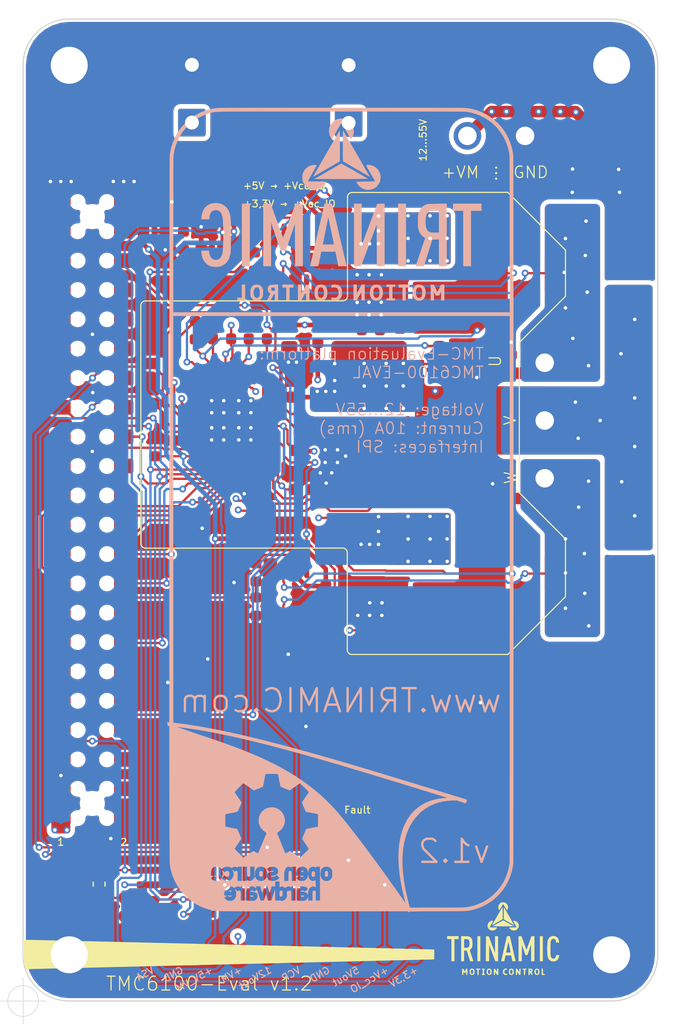
<source format=kicad_pcb>
(kicad_pcb (version 20211014) (generator pcbnew)
  (layers (0 "F.Cu" signal "F1.Cu") (1 "In1.Cu" signal "In2.Cu") (2 "In2.Cu" signal "In3.Cu") (31 "B.Cu" signal "B4.Cu") (34 "B.Paste" user) (35 "F.Paste" user) (36 "B.SilkS" user "B.Silkscreen") (37 "F.SilkS" user "F.Silkscreen") (38 "B.Mask" user) (39 "F.Mask" user) (44 "Edge.Cuts" user))
  (net 0 "")
  (net 1 "GND")
  (net 2 "/+VM")
  (net 3 "/U")
  (net 4 "/V")
  (net 5 "/W")
  (net 6 "/ADC_I_u")
  (net 7 "Net-(C303-Pad2)")
  (net 8 "Net-(C303-Pad1)")
  (net 9 "Net-(C306-Pad2)")
  (net 10 "Net-(C306-Pad1)")
  (net 11 "Net-(C310-Pad2)")
  (net 12 "/+Vcc_IO")
  (net 13 "/ADC_I_w")
  (net 14 "Net-(C318-Pad2)")
  (net 15 "Net-(C318-Pad1)")
  (net 16 "/+5V_VM")
  (net 17 "Net-(C402-Pad1)")
  (net 18 "Net-(D401-Pad2)")
  (net 19 "Net-(IC301-Pad37)")
  (net 20 "Net-(IC301-Pad34)")
  (net 21 "Net-(IC301-Pad31)")
  (net 22 "/DRV_EN")
  (net 23 "/Fault")
  (net 24 "/SPE")
  (net 25 "Net-(IC301-Pad21)")
  (net 26 "/WL")
  (net 27 "/WH")
  (net 28 "/VL")
  (net 29 "/VH")
  (net 30 "/UL")
  (net 31 "/UH")
  (net 32 "/SPI2_MISO")
  (net 33 "/SPI2_MOSI")
  (net 34 "/SPI2_SCK")
  (net 35 "/~{CS_DRIVER}")
  (net 36 "Net-(IC301-Pad5)")
  (net 37 "Net-(IC301-Pad4)")
  (net 38 "Net-(IC301-Pad3)")
  (net 39 "/~{CS_EEPROM}")
  (net 40 "Net-(Q301-Pad4)")
  (net 41 "Net-(Q302-Pad4)")
  (net 42 "Net-(Q303-Pad4)")
  (net 43 "Net-(Q304-Pad4)")
  (net 44 "Net-(Q305-Pad4)")
  (net 45 "Net-(Q306-Pad4)")
  (net 46 "Net-(R303-Pad2)")
  (net 47 "Net-(R317-Pad2)")
  (net 48 "/+3,3V")
  (net 49 "/VCP")
  (net 50 "/VSA")
  (net 51 "/12Vout")
  (net 52 "/5Vout")
  (footprint "KiCad library:TMC-front-right-bar" (layer "F.Cu") (at 23.5 -5.4)
    (fp_text reference "G***" hide)
    (fp_text value "LOGO" hide)
  )
  (footprint "Connector_library:Metz_31330102" (layer "F.Cu") (at 41 -78.89 180)
    (fp_text reference "U201")
    (fp_text value "Metz_31330102")
  )
  (footprint "MountingHole:MountingHole_3.2mm_M3_Pad" (layer "F.Cu") (at 51 -4)
    (fp_text reference "H203" hide)
    (fp_text value "MountingHole")
  )
  (footprint "MountingHole:MountingHole_3.2mm_M3_Pad" (layer "F.Cu") (at 4 -4)
    (fp_text reference "H204" hide)
    (fp_text value "MountingHole")
  )
  (footprint "MountingHole:MountingHole_3.2mm_M3_Pad" (layer "F.Cu") (at 51 -81)
    (fp_text reference "H202" hide)
    (fp_text value "MountingHole")
  )
  (footprint "Fiducial:Fiducial_0.5mm_Dia_1mm_Outer" (layer "F.Cu") (at 2 -76)
    (fp_text reference "fid201" hide)
    (fp_text value "fiducial")
  )
  (footprint "Fiducial:Fiducial_0.5mm_Dia_1mm_Outer" (layer "F.Cu") (at 53 -76)
    (fp_text reference "fid202" hide)
    (fp_text value "fiducial")
  )
  (footprint "Fiducial:Fiducial_0.5mm_Dia_1mm_Outer" (layer "F.Cu") (at 53 -9)
    (fp_text reference "fid203" hide)
    (fp_text value "fiducial")
  )
  (footprint "Connector_Samtec_HLE_SMD:Samtec_HLE-144-02-xxx-DV-BE-A_2x22_P2.54mm_Horizontal" (layer "F.Cu") (at 6 -42.5 90)
    (fp_text reference "J201" hide)
    (fp_text value "W+P_46-3492-44-3-00-10-PPTR")
  )
  (footprint "Capacitor_THT:CP_Radial_D12.5mm_P5.00mm" (layer "F.Cu") (at 28.21 -76.01 90)
    (fp_text reference "C201")
    (fp_text value "220μF/100V")
  )
  (footprint "Capacitor_THT:CP_Radial_D12.5mm_P5.00mm" (layer "F.Cu") (at 14.63 -76.04 90)
    (fp_text reference "C202")
    (fp_text value "220μF/100V")
  )
  (footprint "Capacitor_SMD:C_0603_1608Metric" (layer "F.Cu") (at 42.31 -55.14 90)
    (fp_text reference "C203")
    (fp_text value "1nF/100V")
  )
  (footprint "Capacitor_SMD:C_0603_1608Metric" (layer "F.Cu") (at 40.62 -53.56 90)
    (fp_text reference "C204")
    (fp_text value "1nF/100V")
  )
  (footprint "Capacitor_SMD:C_0603_1608Metric" (layer "F.Cu") (at 26.21 -64.39 -90)
    (fp_text reference "C301")
    (fp_text value "100nF/16V")
  )
  (footprint "Capacitor_SMD:C_0603_1608Metric" (layer "F.Cu") (at 20.05 -64.01 -90)
    (fp_text reference "C302")
    (fp_text value "2,2nF/16V")
  )
  (footprint "Capacitor_SMD:C_0603_1608Metric" (layer "F.Cu") (at 14.91 -58.07 90)
    (fp_text reference "C303")
    (fp_text value "470nF/16V")
  )
  (footprint "Capacitor_SMD:C_1210_3225Metric" (layer "F.Cu") (at 30.03 -63.02 -90)
    (fp_text reference "C304")
    (fp_text value "2,2μF/100V")
  )
  (footprint "Capacitor_SMD:C_0805_2012Metric" (layer "F.Cu") (at 23.45 -53.21 -90)
    (fp_text reference "C305")
    (fp_text value "100nF/100V")
  )
  (footprint "Capacitor_SMD:C_0603_1608Metric" (layer "F.Cu") (at 23.91 -50.03 -90)
    (fp_text reference "C306")
    (fp_text value "22nF/100V")
  )
  (footprint "Capacitor_SMD:C_0805_2012Metric" (layer "F.Cu") (at 23.07 -57.58 90)
    (fp_text reference "C307")
    (fp_text value "100nF/100V")
  )
  (footprint "Capacitor_SMD:C_0603_1608Metric" (layer "F.Cu") (at 17.24 -57.32 180)
    (fp_text reference "C310")
    (fp_text value "470nF/16V")
  )
  (footprint "Capacitor_SMD:C_0805_2012Metric" (layer "F.Cu") (at 23.75 -46.73 -90)
    (fp_text reference "C311")
    (fp_text value "100nF/100V")
  )
  (footprint "Capacitor_SMD:C_0805_2012Metric" (layer "F.Cu") (at 11.09 -56.12 90)
    (fp_text reference "C312")
    (fp_text value "2,2μF/50V")
  )
  (footprint "Capacitor_SMD:C_0805_2012Metric" (layer "F.Cu") (at 11.1 -52.67 90)
    (fp_text reference "C313")
    (fp_text value "2,2μF/50V")
  )
  (footprint "Capacitor_SMD:C_1210_3225Metric" (layer "F.Cu") (at 26.23 -50.24 -90)
    (fp_text reference "C314")
    (fp_text value "2,2μF/100V")
  )
  (footprint "Capacitor_SMD:C_0603_1608Metric" (layer "F.Cu") (at 11.4 -47.94 90)
    (fp_text reference "C315")
    (fp_text value "100nF/50V")
  )
  (footprint "Capacitor_SMD:C_0603_1608Metric" (layer "F.Cu") (at 26.23 -35.13 -90)
    (fp_text reference "C316")
    (fp_text value "100nF/16V")
  )
  (footprint "Capacitor_SMD:C_0603_1608Metric" (layer "F.Cu") (at 20.17 -34.14 -90)
    (fp_text reference "C317")
    (fp_text value "2,2nF/16V")
  )
  (footprint "Capacitor_SMD:C_0603_1608Metric" (layer "F.Cu") (at 20.34 -57.32)
    (fp_text reference "C318")
    (fp_text value "470nF/16V")
  )
  (footprint "Capacitor_SMD:C_1210_3225Metric" (layer "F.Cu") (at 30.03 -37 -90)
    (fp_text reference "C319")
    (fp_text value "2,2μF/100V")
  )
  (footprint "Capacitor_SMD:C_0805_2012Metric" (layer "F.Cu") (at 11.38 -66.64)
    (fp_text reference "C401")
    (fp_text value "4,7μF/16V")
  )
  (footprint "Capacitor_SMD:C_0603_1608Metric" (layer "F.Cu") (at 13.9 -65.81 -90)
    (fp_text reference "C402")
    (fp_text value "10nF/16V")
  )
  (footprint "Capacitor_SMD:C_0805_2012Metric" (layer "F.Cu") (at 16.37 -65.13 180)
    (fp_text reference "C403")
    (fp_text value "4,7μF/16V")
  )
  (footprint "Capacitor_SMD:C_0603_1608Metric" (layer "F.Cu") (at 8.79 -8.14 90)
    (fp_text reference "C404")
    (fp_text value "100nF/50V")
  )
  (footprint "LED_SMD:LED_0603_1608Metric" (layer "F.Cu") (at 28.96 -15.47)
    (fp_text reference "D401")
    (fp_text value "HSMC-C190")
  )
  (footprint "Package_TO_SOT_SMD:TDSON-8-1" (layer "F.Cu") (at 31.61 -53.24 180)
    (fp_text reference "Q303")
    (fp_text value "BSC026N08NS5")
  )
  (footprint "Package_TO_SOT_SMD:TDSON-8-1" (layer "F.Cu") (at 31.61 -47.24)
    (fp_text reference "Q304")
    (fp_text value "BSC026N08NS5")
  )
  (footprint "Package_TO_SOT_SMD:TDSON-8-1" (layer "F.Cu") (at 35.41 -40 180)
    (fp_text reference "Q305")
    (fp_text value "BSC026N08NS5")
  )
  (footprint "Package_TO_SOT_SMD:TDSON-8-1" (layer "F.Cu") (at 35.41 -34)
    (fp_text reference "Q306")
    (fp_text value "BSC026N08NS5")
  )
  (footprint "Resistor_SMD:R_0603_1608Metric" (layer "F.Cu") (at 24.24 -44.28)
    (fp_text reference "R203")
    (fp_text value "10kΩ/1%")
  )
  (footprint "Resistor_SMD:R_0603_1608Metric" (layer "F.Cu") (at 20.05 -66.97 90)
    (fp_text reference "R303")
    (fp_text value "1kΩ/1%")
  )
  (footprint "Resistor_SMD:R_0603_1608Metric" (layer "F.Cu") (at 30.18 -69.2 180)
    (fp_text reference "R304")
    (fp_text value "2,2Ω/1%")
  )
  (footprint "Resistor_SMD:R_0603_1608Metric" (layer "F.Cu") (at 30.13 -58.11 180)
    (fp_text reference "R306")
    (fp_text value "2,2Ω/1%")
  )
  (footprint "Resistor_SMD:R_0603_1608Metric" (layer "F.Cu") (at 36.07 -55.92 90)
    (fp_text reference "R310")
    (fp_text value "2,2Ω/1%")
  )
  (footprint "Resistor_SMD:R_0603_1608Metric" (layer "F.Cu") (at 25.54 -57.74 90)
    (fp_text reference "R311")
    (fp_text value "0Ω")
  )
  (footprint "Resistor_SMD:R_0603_1608Metric" (layer "F.Cu") (at 28.07 -43.4 180)
    (fp_text reference "R313")
    (fp_text value "2,2Ω/1%")
  )
  (footprint "Resistor_SMD:R_0603_1608Metric" (layer "F.Cu") (at 20.81 -44.64 -90)
    (fp_text reference "R314")
    (fp_text value "0Ω")
  )
  (footprint "Resistor_SMD:R_0603_1608Metric" (layer "F.Cu") (at 20.17 -37.1 90)
    (fp_text reference "R317")
    (fp_text value "1kΩ/1%")
  )
  (footprint "Resistor_SMD:R_0603_1608Metric" (layer "F.Cu") (at 37.36 -43.53 180)
    (fp_text reference "R318")
    (fp_text value "2,2Ω/1%")
  )
  (footprint "Resistor_SMD:R_2512_6332Metric" (layer "F.Cu") (at 42.98 -37 180)
    (fp_text reference "R319")
    (fp_text value "3mΩ/1%/3W")
  )
  (footprint "Resistor_SMD:R_0603_1608Metric" (layer "F.Cu") (at 30.13 -32.09 180)
    (fp_text reference "R320")
    (fp_text value "2,2Ω/1%")
  )
  (footprint "Resistor_SMD:R_0603_1608Metric" (layer "F.Cu") (at 17.5 -70.57 180)
    (fp_text reference "R401")
    (fp_text value "0Ω")
  )
  (footprint "Resistor_SMD:R_0603_1608Metric" (layer "F.Cu") (at 17.5 -69.01 180)
    (fp_text reference "R402")
    (fp_text value "0Ω")
  )
  (footprint "Resistor_SMD:R_0603_1608Metric" (layer "F.Cu") (at 28.96 -13.96 180)
    (fp_text reference "R403")
    (fp_text value "150Ω/1%")
  )
  (footprint "Connector_library:Metz_31330103" (layer "F.Cu") (at 49.2 -50.25 90)
    (fp_text reference "U203")
    (fp_text value "Metz_31330103")
  )
  (footprint "Package_TO_SOT_SMD:SOT-23-5" (layer "F.Cu") (at 12.8 -69.17)
    (fp_text reference "U401")
    (fp_text value "LP2985-3.3")
  )
  (footprint "Package_SO:SOIC-8_3.9x4.9mm_P1.27mm" (layer "F.Cu") (at 13.3 -9.42)
    (fp_text reference "U402")
    (fp_text value "AT25128B-SSHL-T8S1-L")
  )
  (footprint "Trinamic:QFN-44-1EP_7x7mm_P0.5mm_EP4x4mm" (layer "F.Cu") (at 18.04 -50.27)
    (fp_text reference "IC301")
    (fp_text value "TMC6100-LA")
  )
  (footprint "Package_TO_SOT_SMD:TDSON-8-1" (layer "F.Cu") (at 35.41 -60.02)
    (fp_text reference "Q302")
    (fp_text value "BSC026N08NS5")
  )
  (footprint "Package_TO_SOT_SMD:TDSON-8-1" (layer "F.Cu") (at 35.41 -66.02 180)
    (fp_text reference "Q301")
    (fp_text value "BSC026N08NS5")
  )
  (footprint "Resistor_SMD:R_2512_6332Metric" (layer "F.Cu") (at 42.98 -63 180)
    (fp_text reference "R305")
    (fp_text value "3mΩ/1%/3W")
  )
  (footprint "Package_SO:MSOP-8_3x3mm_P0.65mm" (layer "F.Cu") (at 23.59 -64.38 90)
    (fp_text reference "U301" hide)
    (fp_text value "AD8418")
  )
  (footprint "Diode_SMD:D_SMB" (layer "F.Cu") (at 49.59 -73.11 -90)
    (fp_text reference "D402")
    (fp_text value "SMBJ58A")
  )
  (footprint "MountingHole:MountingHole_3.2mm_M3_Pad" (layer "F.Cu") (at 4 -81)
    (fp_text reference "H201")
    (fp_text value "MountingHole")
  )
  (footprint "Capacitor_SMD:C_0603_1608Metric" (layer "F.Cu") (at 41.48 -43.5 180)
    (fp_text reference "C205")
    (fp_text value "1nF/100V")
  )
  (footprint "Package_SO:MSOP-8_3x3mm_P0.65mm" (layer "F.Cu") (at 23.6 -35.13 90)
    (fp_text reference "U303" hide)
    (fp_text value "AD8418")
  )
  (footprint "Resistor_SMD:R_0603_1608Metric" (layer "F.Cu") (at 6.59 -10.12 90)
    (fp_text reference "R301" hide)
    (fp_text value "10kΩ/1%/0603")
  )
  (footprint "KiCad library:EVAL-back-lable" (layer "B.Cu") (at 27.5 -42.5 180)
    (fp_text reference "G***" hide)
    (fp_text value "LOGO" hide)
  )
  (footprint "TestPoint:TestPoint_Pad_D1.5mm" (layer "B.Cu") (at 11 -4)
    (fp_text reference "TP201")
    (fp_text value "TestPoint")
  )
  (footprint "TestPoint:TestPoint_Pad_D1.5mm" (layer "B.Cu") (at 16.08 -4)
    (fp_text reference "TP203")
    (fp_text value "TestPoint")
  )
  (footprint "TestPoint:TestPoint_Pad_D1.5mm" (layer "B.Cu") (at 23.7 -4)
    (fp_text reference "TP206")
    (fp_text value "TestPoint")
  )
  (footprint "TestPoint:TestPoint_Pad_D1.5mm" (layer "B.Cu") (at 31.32 -4)
    (fp_text reference "TP209")
    (fp_text value "TestPoint")
  )
  (footprint "TestPoint:TestPoint_Pad_D1.5mm" (layer "B.Cu") (at 13.54 -4)
    (fp_text reference "TP202")
    (fp_text value "TestPoint")
  )
  (footprint "TestPoint:TestPoint_Pad_D1.5mm" (layer "B.Cu") (at 26.24 -4)
    (fp_text reference "TP207")
    (fp_text value "TestPoint")
  )
  (footprint "TestPoint:TestPoint_Pad_D1.5mm" (layer "B.Cu") (at 21.16 -4)
    (fp_text reference "TP205")
    (fp_text value "TestPoint")
  )
  (footprint "TestPoint:TestPoint_Pad_D1.5mm" (layer "B.Cu") (at 33.86 -4)
    (fp_text reference "TP210")
    (fp_text value "TestPoint")
  )
  (footprint "TestPoint:TestPoint_Pad_D1.5mm" (layer "B.Cu") (at 18.62 -4)
    (fp_text reference "TP204")
    (fp_text value "TestPoint")
  )
  (footprint "TestPoint:TestPoint_Pad_D1.5mm" (layer "B.Cu") (at 28.78 -4)
    (fp_text reference "TP208")
    (fp_text value "TestPoint")
  )
  (gr_line (start 28.11 -69.59) (end 28.11 -61.01) (layer "F.SilkS") (width 0.1))
  (gr_line (start 27.71 -60.61) (end 10.6 -60.6) (layer "F.SilkS") (width 0.1))
  (gr_line (start 28.49 -30) (end 42 -30) (layer "F.SilkS") (width 0.1))
  (gr_arc (start 28.49 -30) (mid 28.207157 -30.117157) (end 28.09 -30.4) (layer "F.SilkS") (width 0.1))
  (gr_line (start 42 -70) (end 28.51 -69.99) (layer "F.SilkS") (width 0.1))
  (gr_line (start 43 -44) (end 43 -57) (layer "F.SilkS") (width 0.1))
  (gr_line (start 10.2 -60.2) (end 10.21 -39.6) (layer "F.SilkS") (width 0.1))
  (gr_line (start 47 -65) (end 42 -70) (layer "F.SilkS") (width 0.1))
  (gr_arc (start 28.11 -61.01) (mid 27.992843 -60.727157) (end 27.71 -60.61) (layer "F.SilkS") (width 0.1))
  (gr_line (start 47 -40) (end 43 -44) (layer "F.SilkS") (width 0.1))
  (gr_line (start 10.61 -39.2) (end 27.69 -39.21) (layer "F.SilkS") (width 0.1))
  (gr_line (start 42 -30) (end 47 -35) (layer "F.SilkS") (width 0.1))
  (gr_line (start 47 -35) (end 47 -40) (layer "F.SilkS") (width 0.1))
  (gr_line (start 47 -61) (end 47 -65) (layer "F.SilkS") (width 0.1))
  (gr_arc (start 10.61 -39.2) (mid 10.327157 -39.317157) (end 10.21 -39.6) (layer "F.SilkS") (width 0.1))
  (gr_line (start 43 -57) (end 47 -61) (layer "F.SilkS") (width 0.1))
  (gr_arc (start 28.11 -69.59) (mid 28.227157 -69.872843) (end 28.51 -69.99) (layer "F.SilkS") (width 0.1))
  (gr_line (start 28.09 -38.81) (end 28.09 -30.4) (layer "F.SilkS") (width 0.1))
  (gr_arc (start 27.69 -39.21) (mid 27.972843 -39.092843) (end 28.09 -38.81) (layer "F.SilkS") (width 0.1))
  (gr_arc (start 10.2 -60.2) (mid 10.317157 -60.482843) (end 10.6 -60.6) (layer "F.SilkS") (width 0.1))
  (gr_line (start 0 -81) (end 0 -4) (layer "Edge.Cuts") (width 0.1))
  (gr_arc (start 51 -85) (mid 53.828427 -83.828427) (end 55 -81) (layer "Edge.Cuts") (width 0.1))
  (gr_arc (start 4 0) (mid 1.171573 -1.171573) (end 0 -4) (layer "Edge.Cuts") (width 0.1))
  (gr_line (start 51 -85) (end 4 -85) (layer "Edge.Cuts") (width 0.1))
  (gr_line (start 4 0) (end 51 0) (layer "Edge.Cuts") (width 0.1))
  (gr_arc (start 55 -4) (mid 53.828427 -1.171573) (end 51 0) (layer "Edge.Cuts") (width 0.1))
  (gr_line (start 55 -4) (end 55 -81) (layer "Edge.Cuts") (width 0.1))
  (gr_arc (start 0 -81) (mid 1.171573 -83.828427) (end 4 -85) (layer "Edge.Cuts") (width 0.1))
  (gr_text "VSA" (at 11.33 -2.79 30) (layer "B.SilkS") (effects (font (size 0.6 0.6) (thickness 0.1)) (justify left mirror)))
  (gr_text "GND" (at 13.87 -2.79 30) (layer "B.SilkS") (effects (font (size 0.6 0.6) (thickness 0.1)) (justify left mirror)))
  (gr_text "+5V_VM" (at 16.41 -2.79 30) (layer "B.SilkS") (effects (font (size 0.6 0.6) (thickness 0.1)) (justify left mirror)))
  (gr_text "+VM" (at 18.95 -2.79 30) (layer "B.SilkS") (effects (font (size 0.6 0.6) (thickness 0.1)) (justify left mirror)))
  (gr_text "12Vout" (at 21.49 -2.79 30) (layer "B.SilkS") (effects (font (size 0.6 0.6) (thickness 0.1)) (justify left mirror)))
  (gr_text "VCP" (at 24.03 -2.79 30) (layer "B.SilkS") (effects (font (size 0.6 0.6) (thickness 0.1)) (justify left mirror)))
  (gr_text "GND" (at 26.57 -2.79 30) (layer "B.SilkS") (effects (font (size 0.6 0.6) (thickness 0.1)) (justify left mirror)))
  (gr_text "5Vout" (at 29.11 -2.79 30) (layer "B.SilkS") (effects (font (size 0.6 0.6) (thickness 0.1)) (justify left mirror)))
  (gr_text "+Vcc_IO" (at 31.65 -2.79 30) (layer "B.SilkS") (effects (font (size 0.6 0.6) (thickness 0.1)) (justify left mirror)))
  (gr_text "+3,3V" (at 34.19 -2.79 30) (layer "B.SilkS") (effects (font (size 0.6 0.6) (thickness 0.1)) (justify left mirror)))
  (gr_text "TMC-Evaluation platform:\nTMC6100-EVAL\n\nVoltage: 12…55V\nCurrent: 10A (rms)\nInterfaces: SPI" (at 40 -52) (layer "B.SilkS") (effects (font (size 1 1) (thickness 0.1)) (justify left mirror)))
  (gr_text "www.TRINAMIC.com" (at 27.5 -26) (layer "B.SilkS") (effects (font (size 2 2) (thickness 0.2)) (justify mirror)))
  (gr_text "v1.2" (at 37.35 -12.96) (layer "B.SilkS") (effects (font (size 2 2) (thickness 0.2)) (justify mirror)))
  (gr_text "12…55V" (at 34.66 -74.52 90) (layer "F.SilkS") (effects (font (size 0.6 0.6) (thickness 0.1))))
  (gr_text "V" (at 42.2 -50.26 90) (layer "F.SilkS") (effects (font (size 1 1) (thickness 0.1))))
  (gr_text "W" (at 42.24 -45.3 90) (layer "F.SilkS") (effects (font (size 1 1) (thickness 0.1))))
  (gr_text "+3,3V → +Vcc_IO" (at 19.01 -69.01) (layer "F.SilkS") (effects (font (size 0.6 0.6) (thickness 0.1)) (justify left)))
  (gr_text "2" (at 8.73 -13.75) (layer "F.SilkS") (effects (font (size 0.6 0.6) (thickness 0.1))))
  (gr_text "1" (at 3.26 -13.75) (layer "F.SilkS") (effects (font (size 0.6 0.6) (thickness 0.1))))
  (gr_text "Fault" (at 28.96 -16.54) (layer "F.SilkS") (effects (font (size 0.6 0.6) (thickness 0.1))))
  (gr_text "+5V → +Vcc_IO" (at 19.01 -70.57) (layer "F.SilkS") (effects (font (size 0.6 0.6) (thickness 0.1)) (justify left)))
  (gr_text "+VM ⁝ GND" (at 40.9 -71.74) (layer "F.SilkS") (effects (font (size 1 1) (thickness 0.1))))
  (gr_text "TMC6100-Eval v1.2" (at 7.1 -1.5) (layer "F.SilkS") (effects (font (size 1.2 1.2) (thickness 0.1)) (justify left)))
  (gr_text "U" (at 40.91 -55.39 90) (layer "F.SilkS") (effects (font (size 1 1) (thickness 0.1))))
  (target plus (at 0 0) (size 4) (width 0.05) (layer "Edge.Cuts"))
  (segment (start 11.7 -69.17) (end 12.9 -69.17) (width 0.2) (layer "F.Cu") (net 1))
  (segment (start 10.825 -7.515) (end 8.9525 -7.515) (width 0.2) (layer "F.Cu") (net 1))
  (segment (start 12.3225 -65.0225) (end 12.32 -65.02) (width 0.2) (layer "F.Cu") (net 1))
  (segment (start 8.72 -69.17) (end 8.72 -70.94) (width 0.2) (layer "F.Cu") (net 1))
  (segment (start 13.9 -65.0225) (end 12.3225 -65.0225) (width 0.2) (layer "F.Cu") (net 1))
  (segment (start 12.3175 -65.0225) (end 12.32 -65.02) (width 0.2) (layer "F.Cu") (net 1))
  (segment (start 8.9525 -7.515) (end 8.79 -7.3525) (width 0.2) (layer "F.Cu") (net 1))
  (segment (start 12.3175 -66.64) (end 12.3175 -65.0225) (width 0.2) (layer "F.Cu") (net 1))
  (via (at 2.37 -70.94) (size 0.6) (drill 0.3) (layers "F.Cu" "B.Cu") (net 1))
  (via (at 3.27 -70.94) (size 0.6) (drill 0.3) (layers "F.Cu" "B.Cu") (net 1))
  (via (at 4.17 -70.94) (size 0.6) (drill 0.3) (layers "F.Cu" "B.Cu") (net 1))
  (via (at 27.24 -46.62) (size 0.6) (drill 0.3) (layers "F.Cu" "B.Cu") (net 1))
  (via (at 26.18 -46.62) (size 0.6) (drill 0.3) (layers "F.Cu" "B.Cu") (net 1))
  (via (at 27.25 -47.71) (size 0.6) (drill 0.3) (layers "F.Cu" "B.Cu") (net 1))
  (via (at 26.18 -47.71) (size 0.6) (drill 0.3) (layers "F.Cu" "B.Cu") (net 1))
  (via (at 19.17 -43.91) (size 0.6) (drill 0.3) (layers "F.Cu" "B.Cu") (net 1))
  (via (at 47.61 -72.02) (size 0.6) (drill 0.3) (layers "F.Cu" "B.Cu") (net 1))
  (via (at 19.74 -48.57) (size 0.6) (drill 0.3) (layers "F.Cu" "B.Cu") (net 1))
  (via (at 16.34 -50.92) (size 0.6) (drill 0.3) (layers "F.Cu" "B.Cu") (net 1))
  (via (at 7.82 -70.94) (size 0.6) (drill 0.3) (layers "F.Cu" "B.Cu") (net 1))
  (via (at 28.95 -62.87) (size 0.6) (drill 0.3) (layers "F.Cu" "B.Cu") (net 1))
  (via (at 27.95 -47.17) (size 0.6) (drill 0.3) (layers "F.Cu" "B.Cu") (net 1))
  (via (at 22.98 -30.01) (size 0.6) (drill 0.3) (layers "F.Cu" "B.Cu") (net 1))
  (via (at 18.28 -36.23) (size 0.6) (drill 0.3) (layers "F.Cu" "B.Cu") (net 1))
  (via (at 29.98 -62.87) (size 0.6) (drill 0.3) (layers "F.Cu" "B.Cu") (net 1))
  (via (at 7.6 -14.06) (size 0.6) (drill 0.3) (layers "F.Cu" "B.Cu") (net 1))
  (via (at 26.74 -45.72) (size 0.6) (drill 0.3) (layers "F.Cu" "B.Cu") (net 1))
  (via (at 29.97 -60.49) (size 0.6) (drill 0.3) (layers "F.Cu" "B.Cu") (net 1))
  (via (at 51.61 -71.99) (size 0.6) (drill 0.3) (layers "F.Cu" "B.Cu") (net 1))
  (via (at 51.69 -70.01) (size 0.6) (drill 0.3) (layers "F.Cu" "B.Cu") (net 1))
  (via (at 24.51 -23.77) (size 0.6) (drill 0.3) (layers "F.Cu" "B.Cu") (net 1))
  (via (at 31.03 -59.4) (size 0.6) (drill 0.3) (layers "F.Cu" "B.Cu") (net 1))
  (via (at 17.39 -48.57) (size 0.6) (drill 0.3) (layers "F.Cu" "B.Cu") (net 1))
  (via (at 12.9 -69.17) (size 0.6) (drill 0.3) (layers "F.Cu" "B.Cu") (net 1))
  (via (at 15.43 -67.02) (size 0.6) (drill 0.3) (layers "F.Cu" "B.Cu") (net 1))
  (via (at 31.1 -34.47) (size 0.6) (drill 0.3) (layers "F.Cu" "B.Cu") (net 1))
  (via (at 16.34 -49.62) (size 0.6) (drill 0.3) (layers "F.Cu" "B.Cu") (net 1))
  (via (at 40.69 -44.77) (size 0.6) (drill 0.3) (layers "F.Cu" "B.Cu") (net 1))
  (via (at 19.74 -51.97) (size 0.6) (drill 0.3) (layers "F.Cu" "B.Cu") (net 1))
  (via (at 29.97 -59.4) (size 0.6) (drill 0.3) (layers "F.Cu" "B.Cu") (net 1))
  (via (at 16.34 -48.57) (size 0.6) (drill 0.3) (layers "F.Cu" "B.Cu") (net 1))
  (via (at 18.69 -48.57) (size 0.6) (drill 0.3) (layers "F.Cu" "B.Cu") (net 1))
  (via (at 31.05 -62.87) (size 0.6) (drill 0.3) (layers "F.Cu" "B.Cu") (net 1))
  (via (at 8.72 -70.94) (size 0.6) (drill 0.3) (layers "F.Cu" "B.Cu") (net 1))
  (via (at 17.39 -49.62) (size 0.6) (drill 0.3) (layers "F.Cu" "B.Cu") (net 1))
  (via (at 17.39 -50.92) (size 0.6) (drill 0.3) (layers "F.Cu" "B.Cu") (net 1))
  (via (at 6.04 -52.67) (size 0.6) (drill 0.3) (layers "F.Cu" "B.Cu") (net 1))
  (via (at 42.3 -57.03) (size 0.6) (drill 0.3) (layers "F.Cu" "B.Cu") (net 1))
  (via (at 19.74 -50.93) (size 0.6) (drill 0.3) (layers "F.Cu" "B.Cu") (net 1))
  (via (at 18.69 -50.92) (size 0.6) (drill 0.3) (layers "F.Cu" "B.Cu") (net 1))
  (via (at 39.31 -53.97) (size 0.6) (drill 0.3) (layers "F.Cu" "B.Cu") (net 1))
  (via (at 47.59 -70) (size 0.6) (drill 0.3) (layers "F.Cu" "B.Cu") (net 1))
  (via (at 16 -29.61) (size 0.6) (drill 0.3) (layers "F.Cu" "B.Cu") (net 1))
  (via (at 17.39 -51.97) (size 0.6) (drill 0.3) (layers "F.Cu" "B.Cu") (net 1))
  (via (at 23.69 -55.3) (size 0.6) (drill 0.3) (layers "F.Cu" "B.Cu") (net 1))
  (via (at 12.54 -27.57) (size 0.6) (drill 0.3) (layers "F.Cu" "B.Cu") (net 1))
  (via (at 9.62 -70.94) (size 0.6) (drill 0.3) (layers "F.Cu" "B.Cu") (net 1))
  (via (at 29 -33.38) (size 0.6) (drill 0.3) (layers "F.Cu" "B.Cu") (net 1))
  (via (at 12.32 -65.02) (size 0.6) (drill 0.3) (layers "F.Cu" "B.Cu") (net 1))
  (via (at 3.28 -19.52) (size 0.6) (drill 0.3) (layers "F.Cu" "B.Cu") (net 1))
  (via (at 6.01 -57.71) (size 0.6) (drill 0.3) (layers "F.Cu" "B.Cu") (net 1))
  (via (at 22.99 -55.3) (size 0.6) (drill 0.3) (layers "F.Cu" "B.Cu") (net 1))
  (via (at 31.09 -33.38) (size 0.6) (drill 0.3) (layers "F.Cu" "B.Cu") (net 1))
  (via (at 31.04 -60.49) (size 0.6) (drill 0.3) (layers "F.Cu" "B.Cu") (net 1))
  (via (at 26.26 -44.83) (size 0.6) (drill 0.3) (layers "F.Cu" "B.Cu") (net 1))
  (via (at 28.95 -60.47) (size 0.6) (drill 0.3) (layers "F.Cu" "B.Cu") (net 1))
  (via (at 18.69 -49.62) (size 0.6) (drill 0.3) (layers "F.Cu" "B.Cu") (net 1))
  (via (at 25.76 -45.72) (size 0.6) (drill 0.3) (layers "F.Cu" "B.Cu") (net 1))
  (via (at 30.04 -34.47) (size 0.6) (drill 0.3) (layers "F.Cu" "B.Cu") (net 1))
  (via (at 30.03 -33.38) (size 0.6) (drill 0.3) (layers "F.Cu" "B.Cu") (net 1))
  (via (at 6 -47.57) (size 0.6) (drill 0.3) (layers "F.Cu" "B.Cu") (net 1))
  (via (at 18.69 -51.97) (size 0.6) (drill 0.3) (layers "F.Cu" "B.Cu") (net 1))
  (via (at 28.94 -59.4) (size 0.6) (drill 0.3) (layers "F.Cu" "B.Cu") (net 1))
  (via (at 15.52 -40.92) (size 0.6) (drill 0.3) (layers "F.Cu" "B.Cu") (net 1))
  (via (at 39.63 -25.83) (size 0.6) (drill 0.3) (layers "F.Cu" "B.Cu") (net 1))
  (via (at 16.34 -51.97) (size 0.6) (drill 0.3) (layers "F.Cu" "B.Cu") (net 1))
  (via (at 19.74 -49.62) (size 0.6) (drill 0.3) (layers "F.Cu" "B.Cu") (net 1))
  (segment (start 47.905 -76.945) (end 47.859999 -76.990001) (width 1) (layer "F.Cu") (net 2))
  (segment (start 40.600001 -76.990001) (end 40.600001 -76.990001) (width 1) (layer "F.Cu") (net 2))
  (segment (start 41.880001 -76.990001) (end 40.600001 -76.990001) (width 1) (layer "F.Cu") (net 2))
  (segment (start 44.900001 -76.990001) (end 41.880001 -76.990001) (width 1) (layer "F.Cu") (net 2))
  (segment (start 46.550001 -76.990001) (end 44.900001 -76.990001) (width 1) (layer "F.Cu") (net 2))
  (segment (start 25.5325 -58.52) (end 25.54 -58.5275) (width 0.4) (layer "F.Cu") (net 2))
  (segment (start 23.01 -58.5175) (end 24.4075 -58.5175) (width 0.3) (layer "F.Cu") (net 2))
  (segment (start 24.41 -58.52) (end 23.0725 -58.52) (width 0.4) (layer "F.Cu") (net 2))
  (segment (start 40.600001 -76.990001) (end 39.699999 -76.089999) (width 1) (layer "F.Cu") (net 2))
  (segment (start 49.59 -75.26) (end 47.905 -76.945) (width 1) (layer "F.Cu") (net 2))
  (segment (start 24.41 -58.52) (end 25.5325 -58.52) (width 0.4) (layer "F.Cu") (net 2))
  (segment (start 23.45 -52.2725) (end 21.4425 -52.2725) (width 0.25) (layer "F.Cu") (net 2))
  (segment (start 24.9925 -52.2725) (end 25.49 -52.77) (width 0.4) (layer "F.Cu") (net 2))
  (segment (start 23.45 -52.2725) (end 24.9925 -52.2725) (width 0.4) (layer "F.Cu") (net 2))
  (segment (start 47.859999 -76.990001) (end 46.550001 -76.990001) (width 1) (layer "F.Cu") (net 2))
  (segment (start 39.699999 -76.089999) (end 38.5 -74.89) (width 1) (layer "F.Cu") (net 2))
  (segment (start 24.4075 -58.5175) (end 24.41 -58.52) (width 0.3) (layer "F.Cu") (net 2))
  (segment (start 21.4425 -52.2725) (end 21.44 -52.27) (width 0.25) (layer "F.Cu") (net 2))
  (segment (start 23.0725 -58.52) (end 23.07 -58.5175) (width 0.4) (layer "F.Cu") (net 2))
  (via (at 30.8 -40.65) (size 0.6) (drill 0.3) (layers "F.Cu" "B.Cu") (net 2))
  (via (at 30.8 -41.93) (size 0.6) (drill 0.3) (layers "F.Cu" "B.Cu") (net 2))
  (via (at 29.29 -39.53) (size 0.6) (drill 0.3) (layers "F.Cu" "B.Cu") (net 2))
  (via (at 30.8 -39.53) (size 0.6) (drill 0.3) (layers "F.Cu" "B.Cu") (net 2))
  (via (at 30.03 -39.53) (size 0.6) (drill 0.3) (layers "F.Cu" "B.Cu") (net 2))
  (via (at 35.26 -41.95) (size 0.6) (drill 0.3) (layers "F.Cu" "B.Cu") (net 2))
  (via (at 35.27 -39.99) (size 0.6) (drill 0.3) (layers "F.Cu" "B.Cu") (net 2))
  (via (at 35.26 -38.06) (size 0.6) (drill 0.3) (layers "F.Cu" "B.Cu") (net 2))
  (via (at 36.74 -40) (size 0.6) (drill 0.3) (layers "F.Cu" "B.Cu") (net 2))
  (via (at 33.36 -39.99) (size 0.6) (drill 0.3) (layers "F.Cu" "B.Cu") (net 2))
  (via (at 33.36 -41.95) (size 0.6) (drill 0.3) (layers "F.Cu" "B.Cu") (net 2))
  (via (at 36.75 -38.05) (size 0.6) (drill 0.3) (layers "F.Cu" "B.Cu") (net 2))
  (via (at 36.75 -41.95) (size 0.6) (drill 0.3) (layers "F.Cu" "B.Cu") (net 2))
  (via (at 33.36 -38.05) (size 0.6) (drill 0.3) (layers "F.Cu" "B.Cu") (net 2))
  (via (at 32.95 -55.19) (size 0.6) (drill 0.3) (layers "F.Cu" "B.Cu") (net 2))
  (via (at 33.36 -67.97) (size 0.6) (drill 0.3) (layers "F.Cu" "B.Cu") (net 2))
  (via (at 35.26 -64.08) (size 0.6) (drill 0.3) (layers "F.Cu" "B.Cu") (net 2))
  (via (at 24.41 -58.52) (size 0.6) (drill 0.3) (layers "F.Cu" "B.Cu") (net 2))
  (via (at 27 -52.77) (size 0.6) (drill 0.3) (layers "F.Cu" "B.Cu") (net 2))
  (via (at 31.47 -53.23) (size 0.6) (drill 0.3) (layers "F.Cu" "B.Cu") (net 2))
  (via (at 33.36 -64.07) (size 0.6) (drill 0.3) (layers "F.Cu" "B.Cu") (net 2))
  (via (at 3.8 -14.8) (size 0.6) (drill 0.3) (layers "F.Cu" "B.Cu") (net 2))
  (via (at 35.26 -67.97) (size 0.6) (drill 0.3) (layers "F.Cu" "B.Cu") (net 2))
  (via (at 2.75 -14.8) (size 0.6) (drill 0.3) (layers "F.Cu" "B.Cu") (net 2))
  (via (at 32.95 -51.29) (size 0.6) (drill 0.3) (layers "F.Cu" "B.Cu") (net 2))
  (via (at 36.75 -67.97) (size 0.6) (drill 0.3) (layers "F.Cu" "B.Cu") (net 2))
  (via (at 32.94 -53.24) (size 0.6) (drill 0.3) (layers "F.Cu" "B.Cu") (net 2))
  (via (at 35.27 -66.01) (size 0.6) (drill 0.3) (layers "F.Cu" "B.Cu") (net 2))
  (via (at 41.880001 -76.990001) (size 0.6) (drill 0.3) (layers "F.Cu" "B.Cu") (net 2))
  (via (at 36.75 -64.07) (size 0.6) (drill 0.3) (layers "F.Cu" "B.Cu") (net 2))
  (via (at 33.36 -66.01) (size 0.6) (drill 0.3) (layers "F.Cu" "B.Cu") (net 2))
  (via (at 25.49 -52.77) (size 0.6) (drill 0.3) (layers "F.Cu" "B.Cu") (net 2))
  (via (at 29.29 -65.55) (size 0.6) (drill 0.3) (layers "F.Cu" "B.Cu") (net 2))
  (via (at 47.905 -76.945) (size 0.6) (drill 0.3) (layers "F.Cu" "B.Cu") (net 2))
  (via (at 44.67 -76.990001) (size 0.6) (drill 0.3) (layers "F.Cu" "B.Cu") (net 2))
  (via (at 36.74 -66.02) (size 0.6) (drill 0.3) (layers "F.Cu" "B.Cu") (net 2))
  (via (at 29.56 -51.29) (size 0.6) (drill 0.3) (layers "F.Cu" "B.Cu") (net 2))
  (via (at 27 -55.17) (size 0.6) (drill 0.3) (layers "F.Cu" "B.Cu") (net 2))
  (via (at 26.23 -52.77) (size 0.6) (drill 0.3) (layers "F.Cu" "B.Cu") (net 2))
  (via (at 29.56 -53.23) (size 0.6) (drill 0.3) (layers "F.Cu" "B.Cu") (net 2))
  (via (at 30.8 -67.95) (size 0.6) (drill 0.3) (layers "F.Cu" "B.Cu") (net 2))
  (via (at 30.8 -65.55) (size 0.6) (drill 0.3) (layers "F.Cu" "B.Cu") (net 2))
  (via (at 40.600001 -76.990001) (size 0.6) (drill 0.3) (layers "F.Cu" "B.Cu") (net 2))
  (via (at 29.56 -55.19) (size 0.6) (drill 0.3) (layers "F.Cu" "B.Cu") (net 2))
  (via (at 31.46 -55.19) (size 0.6) (drill 0.3) (layers "F.Cu" "B.Cu") (net 2))
  (via (at 30.8 -66.67) (size 0.6) (drill 0.3) (layers "F.Cu" "B.Cu") (net 2))
  (via (at 46.550001 -76.990001) (size 0.6) (drill 0.3) (layers "F.Cu" "B.Cu") (net 2))
  (via (at 31.46 -51.3) (size 0.6) (drill 0.3) (layers "F.Cu" "B.Cu") (net 2))
  (via (at 30.03 -65.55) (size 0.6) (drill 0.3) (layers "F.Cu" "B.Cu") (net 2))
  (via (at 27 -53.71) (size 0.6) (drill 0.3) (layers "F.Cu" "B.Cu") (net 2))
  (via (at 18.62 -5.59) (size 0.6) (drill 0.3) (layers "F.Cu" "B.Cu") (net 2))
  (segment (start 18.62 -4) (end 18.62 -5.59) (width 0.2) (layer "B.Cu") (net 2))
  (segment (start 45.88 -63) (end 43.51 -63) (width 0.2) (layer "F.Cu") (net 3))
  (segment (start 45.18 -55.23) (end 45.2 -55.25) (width 0.3) (layer "F.Cu") (net 3))
  (segment (start 22.539999 -62.18) (end 22.54 -63.415736) (width 0.2) (layer "F.Cu") (net 3))
  (segment (start 44.29 -54.34) (end 45.2 -55.25) (width 1) (layer "F.Cu") (net 3))
  (segment (start 42.3375 -54.34) (end 44.29 -54.34) (width 1) (layer "F.Cu") (net 3))
  (segment (start 22.54 -63.415736) (end 22.54 -63.84) (width 0.2) (layer "F.Cu") (net 3))
  (segment (start 43.51 -63) (end 43.5 -63.01) (width 0.2) (layer "F.Cu") (net 3))
  (via (at 48.72 -64.53) (size 0.6) (drill 0.3) (layers "F.Cu" "B.Cu") (net 3))
  (via (at 48.78 -67.51) (size 0.6) (drill 0.3) (layers "F.Cu" "B.Cu") (net 3))
  (via (at 47.64 -57.36) (size 0.6) (drill 0.3) (layers "F.Cu" "B.Cu") (net 3))
  (via (at 47 -60) (size 0.6) (drill 0.3) (layers "F.Cu" "B.Cu") (net 3))
  (via (at 22.54 -63.84) (size 0.6) (drill 0.3) (layers "F.Cu" "B.Cu") (net 3))
  (via (at 48.88 -61.36) (size 0.6) (drill 0.3) (layers "F.Cu" "B.Cu") (net 3))
  (via (at 43.5 -63.01) (size 0.6) (drill 0.3) (layers "F.Cu" "B.Cu") (net 3))
  (via (at 49 -55) (size 0.6) (drill 0.3) (layers "F.Cu" "B.Cu") (net 3))
  (via (at 47 -66) (size 0.6) (drill 0.3) (layers "F.Cu" "B.Cu") (net 3))
  (via (at 46.89 -63.07) (size 0.6) (drill 0.3) (layers "F.Cu" "B.Cu") (net 3))
  (segment (start 22.839999 -63.540001) (end 22.54 -63.84) (width 0.2) (layer "B.Cu") (net 3))
  (segment (start 25.089999 -61.290001) (end 22.839999 -63.540001) (width 0.2) (layer "B.Cu") (net 3))
  (segment (start 43.5 -63.01) (end 43.5 -62.585736) (width 0.2) (layer "B.Cu") (net 3))
  (segment (start 42.204265 -61.290001) (end 25.089999 -61.290001) (width 0.2) (layer "B.Cu") (net 3))
  (segment (start 43.5 -62.585736) (end 42.204265 -61.290001) (width 0.2) (layer "B.Cu") (net 3))
  (segment (start 18.04 -53.67) (end 18.04 -55.18) (width 0.2) (layer "F.Cu") (net 4))
  (segment (start 18.03 -55.612) (end 18.139999 -55.721999) (width 0.2) (layer "F.Cu") (net 4))
  (segment (start 18.0275 -56.745) (end 18.0275 -57.32) (width 0.2) (layer "F.Cu") (net 4))
  (segment (start 18.139999 -56.632501) (end 18.0275 -56.745) (width 0.2) (layer "F.Cu") (net 4))
  (segment (start 18.139999 -55.721999) (end 18.139999 -56.632501) (width 0.2) (layer "F.Cu") (net 4))
  (segment (start 18.0275 -57.32) (end 18.0275 -58.4975) (width 0.2) (layer "F.Cu") (net 4))
  (segment (start 18.03 -55.19) (end 18.03 -55.612) (width 0.2) (layer "F.Cu") (net 4))
  (segment (start 18.0275 -58.4975) (end 18.03 -58.5) (width 0.2) (layer "F.Cu") (net 4))
  (segment (start 18.04 -55.18) (end 18.03 -55.19) (width 0.2) (layer "F.Cu") (net 4))
  (via (at 53 -59) (size 0.6) (drill 0.3) (layers "F.Cu" "B.Cu") (net 4))
  (via (at 47.86 -51.84) (size 0.6) (drill 0.3) (layers "F.Cu" "B.Cu") (net 4))
  (via (at 53 -42) (size 0.6) (drill 0.3) (layers "F.Cu" "B.Cu") (net 4))
  (via (at 53 -52.2) (size 0.6) (drill 0.3) (layers "F.Cu" "B.Cu") (net 4))
  (via (at 50 -50.25) (size 0.6) (drill 0.3) (layers "F.Cu" "B.Cu") (net 4))
  (via (at 53 -48) (size 0.6) (drill 0.3) (layers "F.Cu" "B.Cu") (net 4))
  (via (at 18.03 -58.5) (size 0.6) (drill 0.3) (layers "F.Cu" "B.Cu") (net 4))
  (via (at 35.71 -52.8) (size 0.6) (drill 0.3) (layers "F.Cu" "B.Cu") (net 4))
  (via (at 51.87 -44.95) (size 0.6) (drill 0.3) (layers "F.Cu" "B.Cu") (net 4))
  (via (at 51.81 -56.03) (size 0.6) (drill 0.3) (layers "F.Cu" "B.Cu") (net 4))
  (via (at 48.1 -48.71) (size 0.6) (drill 0.3) (layers "F.Cu" "B.Cu") (net 4))
  (segment (start 22.63 -34.325736) (end 22.54999 -34.245726) (width 0.2) (layer "F.Cu") (net 5))
  (segment (start 22.54999 -34.245726) (end 22.54999 -33.745072) (width 0.2) (layer "F.Cu") (net 5))
  (segment (start 43.45 -43.5) (end 45.2 -45.25) (width 1) (layer "F.Cu") (net 5))
  (segment (start 22.54999 -33.745072) (end 22.54999 -32.93) (width 0.2) (layer "F.Cu") (net 5))
  (segment (start 42.2675 -43.5) (end 43.45 -43.5) (width 1) (layer "F.Cu") (net 5))
  (segment (start 22.63 -34.75) (end 22.63 -34.325736) (width 0.2) (layer "F.Cu") (net 5))
  (segment (start 45.88 -37) (end 43.49 -37) (width 0.2) (layer "F.Cu") (net 5))
  (via (at 22.63 -34.75) (size 0.6) (drill 0.3) (layers "F.Cu" "B.Cu") (net 5))
  (via (at 47 -34) (size 0.6) (drill 0.3) (layers "F.Cu" "B.Cu") (net 5))
  (via (at 49 -45) (size 0.6) (drill 0.3) (layers "F.Cu" "B.Cu") (net 5))
  (via (at 48.14 -42.75) (size 0.6) (drill 0.3) (layers "F.Cu" "B.Cu") (net 5))
  (via (at 49.02 -32.47) (size 0.6) (drill 0.3) (layers "F.Cu" "B.Cu") (net 5))
  (via (at 47 -40) (size 0.6) (drill 0.3) (layers "F.Cu" "B.Cu") (net 5))
  (via (at 48.67 -35.29) (size 0.6) (drill 0.3) (layers "F.Cu" "B.Cu") (net 5))
  (via (at 43.49 -37) (size 0.6) (drill 0.3) (layers "F.Cu" "B.Cu") (net 5))
  (via (at 48.64 -38.73) (size 0.6) (drill 0.3) (layers "F.Cu" "B.Cu") (net 5))
  (via (at 47 -37.06) (size 0.6) (drill 0.3) (layers "F.Cu" "B.Cu") (net 5))
  (segment (start 23.054264 -34.75) (end 22.63 -34.75) (width 0.2) (layer "B.Cu") (net 5))
  (segment (start 43.180001 -36.830001) (end 43.180001 -36.615999) (width 0.2) (layer "B.Cu") (net 5))
  (segment (start 41.796008 -36.39999) (end 25.44999 -36.39999) (width 0.2) (layer "B.Cu") (net 5))
  (segment (start 41.995999 -36.199999) (end 41.796008 -36.39999) (width 0.2) (layer "B.Cu") (net 5))
  (segment (start 25.44999 -36.39999) (end 23.8 -34.75) (width 0.2) (layer "B.Cu") (net 5))
  (segment (start 43.35 -37) (end 43.180001 -36.830001) (width 0.2) (layer "B.Cu") (net 5))
  (segment (start 42.764001 -36.199999) (end 41.995999 -36.199999) (width 0.2) (layer "B.Cu") (net 5))
  (segment (start 43.180001 -36.615999) (end 42.764001 -36.199999) (width 0.2) (layer "B.Cu") (net 5))
  (segment (start 43.49 -37) (end 43.35 -37) (width 0.2) (layer "B.Cu") (net 5))
  (segment (start 23.8 -34.75) (end 23.054264 -34.75) (width 0.2) (layer "B.Cu") (net 5))
  (segment (start 12.07 -30.99) (end 8.8 -30.99) (width 0.2) (layer "F.Cu") (net 6))
  (segment (start 20.05 -66.1825) (end 20.05 -64.7975) (width 0.2) (layer "F.Cu") (net 6))
  (segment (start 10.990011 -63.11) (end 18.3625 -63.11) (width 0.2) (layer "F.Cu") (net 6))
  (segment (start 18.3625 -63.11) (end 20.05 -64.7975) (width 0.2) (layer "F.Cu") (net 6))
  (segment (start 8.8 -30.99) (end 8.72 -31.07) (width 0.2) (layer "F.Cu") (net 6))
  (via (at 10.990011 -63.11) (size 0.6) (drill 0.3) (layers "F.Cu" "B.Cu") (net 6))
  (via (at 12.07 -30.99) (size 0.6) (drill 0.3) (layers "F.Cu" "B.Cu") (net 6))
  (segment (start 11.84002 -31.644244) (end 12.07 -31.414264) (width 0.2) (layer "B.Cu") (net 6))
  (segment (start 12.07 -31.414264) (end 12.07 -30.99) (width 0.2) (layer "B.Cu") (net 6))
  (segment (start 12.440001 -46.179999) (end 12.440001 -44.894283) (width 0.2) (layer "B.Cu") (net 6))
  (segment (start 11.913004 -51.996996) (end 11.913004 -46.706996) (width 0.2) (layer "B.Cu") (net 6))
  (segment (start 11.84002 -44.294302) (end 11.84002 -31.644244) (width 0.2) (layer "B.Cu") (net 6))
  (segment (start 11.913004 -46.706996) (end 12.440001 -46.179999) (width 0.2) (layer "B.Cu") (net 6))
  (segment (start 10.990011 -63.11) (end 10.990011 -52.919989) (width 0.2) (layer "B.Cu") (net 6))
  (segment (start 10.990011 -52.919989) (end 11.913004 -51.996996) (width 0.2) (layer "B.Cu") (net 6))
  (segment (start 12.440001 -44.894283) (end 11.84002 -44.294302) (width 0.2) (layer "B.Cu") (net 6))
  (segment (start 12.90003 -54.73497) (end 12.90003 -56.84753) (width 0.2) (layer "F.Cu") (net 7))
  (segment (start 13.71 -53.925) (end 12.90003 -54.73497) (width 0.2) (layer "F.Cu") (net 7))
  (segment (start 12.90003 -56.84753) (end 14.448388 -58.395888) (width 0.2) (layer "F.Cu") (net 7))
  (segment (start 13.88 -52.77) (end 13.71 -52.94) (width 0.2) (layer "F.Cu") (net 7))
  (segment (start 14.448388 -58.395888) (end 14.91 -58.8575) (width 0.2) (layer "F.Cu") (net 7))
  (segment (start 14.64 -52.77) (end 13.88 -52.77) (width 0.2) (layer "F.Cu") (net 7))
  (segment (start 13.71 -52.94) (end 13.71 -53.925) (width 0.2) (layer "F.Cu") (net 7))
  (segment (start 42.4 -63) (end 42.4 -63) (width 0.2) (layer "F.Cu") (net 8))
  (segment (start 40.08 -63) (end 42.4 -63) (width 0.2) (layer "F.Cu") (net 8))
  (segment (start 22.539999 -66.58) (end 22.539999 -65.275509) (width 0.2) (layer "F.Cu") (net 8))
  (segment (start 15.57 -55.83) (end 14.91 -56.49) (width 0.2) (layer "F.Cu") (net 8))
  (segment (start 22.551296 -65.264212) (end 22.551296 -64.839948) (width 0.2) (layer "F.Cu") (net 8))
  (segment (start 14.91 -56.49) (end 14.91 -57.2825) (width 0.2) (layer "F.Cu") (net 8))
  (segment (start 42.42 -63.02) (end 42.500002 -63.02) (width 0.2) (layer "F.Cu") (net 8))
  (segment (start 22.539999 -65.275509) (end 22.551296 -65.264212) (width 0.2) (layer "F.Cu") (net 8))
  (segment (start 16.04 -55.36) (end 15.57 -55.83) (width 0.2) (layer "F.Cu") (net 8))
  (segment (start 42.4 -63) (end 42.42 -63.02) (width 0.2) (layer "F.Cu") (net 8))
  (segment (start 16.04 -53.67) (end 16.04 -55.36) (width 0.2) (layer "F.Cu") (net 8))
  (via (at 39.35 -58.07) (size 0.6) (drill 0.3) (layers "F.Cu" "B.Cu") (net 8))
  (via (at 42.500002 -63.02) (size 0.6) (drill 0.3) (layers "F.Cu" "B.Cu") (net 8))
  (via (at 22.551296 -64.839948) (size 0.6) (drill 0.3) (layers "F.Cu" "B.Cu") (net 8))
  (via (at 15.57 -55.83) (size 0.6) (drill 0.3) (layers "F.Cu" "B.Cu") (net 8))
  (segment (start 23.340001 -64.475507) (end 22.97556 -64.839948) (width 0.2) (layer "B.Cu") (net 8))
  (segment (start 23.340001 -63.888541) (end 23.340001 -64.475507) (width 0.2) (layer "B.Cu") (net 8))
  (segment (start 42.500002 -63.02) (end 41.370014 -61.890012) (width 0.2) (layer "B.Cu") (net 8))
  (segment (start 41.370014 -61.890012) (end 25.33853 -61.890012) (width 0.2) (layer "B.Cu") (net 8))
  (segment (start 22.97556 -64.839948) (end 22.551296 -64.839948) (width 0.2) (layer "B.Cu") (net 8))
  (segment (start 39.35 -58.07) (end 38.820003 -57.540003) (width 0.2) (layer "B.Cu") (net 8))
  (segment (start 34.226008 -57.340012) (end 17.080012 -57.340012) (width 0.2) (layer "B.Cu") (net 8))
  (segment (start 25.33853 -61.890012) (end 23.340001 -63.888541) (width 0.2) (layer "B.Cu") (net 8))
  (segment (start 38.820003 -57.540003) (end 34.425999 -57.540003) (width 0.2) (layer "B.Cu") (net 8))
  (segment (start 34.425999 -57.540003) (end 34.226008 -57.340012) (width 0.2) (layer "B.Cu") (net 8))
  (segment (start 17.080012 -57.340012) (end 15.57 -55.83) (width 0.2) (layer "B.Cu") (net 8))
  (segment (start 21.44 -50.77) (end 22.428023 -50.77) (width 0.2) (layer "F.Cu") (net 9))
  (segment (start 22.428023 -50.77) (end 23.448388 -49.749635) (width 0.2) (layer "F.Cu") (net 9))
  (segment (start 23.448388 -49.704112) (end 23.91 -49.2425) (width 0.2) (layer "F.Cu") (net 9))
  (segment (start 23.448388 -49.749635) (end 23.448388 -49.704112) (width 0.2) (layer "F.Cu") (net 9))
  (segment (start 22.2 -51.77) (end 23.1525 -50.8175) (width 0.2) (layer "F.Cu") (net 10))
  (segment (start 21.44 -51.77) (end 22.2 -51.77) (width 0.2) (layer "F.Cu") (net 10))
  (segment (start 23.1525 -50.8175) (end 23.91 -50.8175) (width 0.2) (layer "F.Cu") (net 10))
  (segment (start 17.04 -53.67) (end 17.04 -55.41) (width 0.2) (layer "F.Cu") (net 11))
  (segment (start 16.4525 -55.9975) (end 16.4525 -57.32) (width 0.2) (layer "F.Cu") (net 11))
  (segment (start 17.04 -55.41) (end 16.4525 -55.9975) (width 0.2) (layer "F.Cu") (net 11))
  (segment (start 10.825 -8.785) (end 8.9325 -8.785) (width 0.2) (layer "F.Cu") (net 12))
  (segment (start 11.4 -47.1525) (end 13.8875 -47.1525) (width 0.2) (layer "F.Cu") (net 12))
  (segment (start 6.995 -8.9275) (end 6.59 -9.3325) (width 0.2) (layer "F.Cu") (net 12))
  (segment (start 21.67999 -46.520712) (end 21.67999 -44.37001) (width 0.2) (layer "F.Cu") (net 12))
  (segment (start 21.67999 -44.37001) (end 22.54501 -43.50499) (width 0.2) (layer "F.Cu") (net 12))
  (segment (start 12.605 -8.785) (end 13.875 -10.055) (width 0.2) (layer "F.Cu") (net 12))
  (segment (start 17.87999 -47.47001) (end 18.04 -47.31) (width 0.2) (layer "F.Cu") (net 12))
  (segment (start 24.565888 -43.818388) (end 25.0275 -44.28) (width 0.2) (layer "F.Cu") (net 12))
  (segment (start 18.04 -47.31) (end 18.20001 -47.47001) (width 0.2) (layer "F.Cu") (net 12))
  (segment (start 15.775 -10.055) (end 17.465 -10.055) (width 0.2) (layer "F.Cu") (net 12))
  (segment (start 17.465 -10.055) (end 31.334998 -10.055) (width 0.2) (layer "F.Cu") (net 12))
  (segment (start 18.2875 -70.57) (end 18.2875 -69.01) (width 0.4) (layer "F.Cu") (net 12))
  (segment (start 18.27 -68.2525) (end 18.2775 -68.26) (width 0.4) (layer "F.Cu") (net 12))
  (segment (start 22.54501 -43.50499) (end 24.25249 -43.50499) (width 0.2) (layer "F.Cu") (net 12))
  (segment (start 18.2875 -68.27) (end 18.2875 -69.01) (width 0.4) (layer "F.Cu") (net 12))
  (segment (start 13.8875 -47.1525) (end 15.031798 -47.1525) (width 0.2) (layer "F.Cu") (net 12))
  (segment (start 31.334998 -10.055) (end 31.34 -10.060002) (width 0.2) (layer "F.Cu") (net 12))
  (segment (start 18.04 -47.31) (end 18.04 -46.87) (width 0.2) (layer "F.Cu") (net 12))
  (segment (start 8.79 -8.9275) (end 6.995 -8.9275) (width 0.2) (layer "F.Cu") (net 12))
  (segment (start 24.25249 -43.50499) (end 24.565888 -43.818388) (width 0.2) (layer "F.Cu") (net 12))
  (segment (start 13.875 -10.055) (end 15.775 -10.055) (width 0.2) (layer "F.Cu") (net 12))
  (segment (start 20.730692 -47.47001) (end 21.67999 -46.520712) (width 0.2) (layer "F.Cu") (net 12))
  (segment (start 18.20001 -47.47001) (end 20.730692 -47.47001) (width 0.2) (layer "F.Cu") (net 12))
  (segment (start 18.27 -68.2525) (end 18.2875 -68.27) (width 0.4) (layer "F.Cu") (net 12))
  (segment (start 15.031798 -47.1525) (end 15.349308 -47.47001) (width 0.2) (layer "F.Cu") (net 12))
  (segment (start 15.349308 -47.47001) (end 17.87999 -47.47001) (width 0.2) (layer "F.Cu") (net 12))
  (segment (start 10.825 -8.785) (end 12.605 -8.785) (width 0.2) (layer "F.Cu") (net 12))
  (segment (start 18.27 -66.61) (end 18.27 -68.2525) (width 0.4) (layer "F.Cu") (net 12))
  (segment (start 8.9325 -8.785) (end 8.79 -8.9275) (width 0.2) (layer "F.Cu") (net 12))
  (via (at 18.27 -66.61) (size 0.6) (drill 0.3) (layers "F.Cu" "B.Cu") (net 12))
  (via (at 13.8875 -47.1525) (size 0.6) (drill 0.3) (layers "F.Cu" "B.Cu") (net 12))
  (via (at 31.34 -10.060002) (size 0.6) (drill 0.3) (layers "F.Cu" "B.Cu") (net 12))
  (via (at 17.465 -10.055) (size 0.6) (drill 0.3) (layers "F.Cu" "B.Cu") (net 12))
  (segment (start 17.465 -10.479264) (end 17.465 -10.055) (width 0.2) (layer "B.Cu") (net 12))
  (segment (start 31.34 -10.060002) (end 31.34 -4.02) (width 0.2) (layer "B.Cu") (net 12))
  (segment (start 17.250001 -39.731999) (end 17.05001 -39.532008) (width 0.2) (layer "B.Cu") (net 12))
  (segment (start 18.27 -66.185736) (end 18.27 -66.61) (width 0.4) (layer "B.Cu") (net 12))
  (segment (start 17.250001 -41.100009) (end 17.250001 -39.731999) (width 0.2) (layer "B.Cu") (net 12))
  (segment (start 12.290022 -53.175642) (end 12.290022 -63.910022) (width 0.4) (layer "B.Cu") (net 12))
  (segment (start 13.013026 -52.452639) (end 12.290022 -53.175642) (width 0.4) (layer "B.Cu") (net 12))
  (segment (start 13.8875 -47.1525) (end 13.013026 -48.026974) (width 0.4) (layer "B.Cu") (net 12))
  (segment (start 14.007491 -65.627491) (end 17.711755 -65.627491) (width 0.4) (layer "B.Cu") (net 12))
  (segment (start 17.15001 -41.2) (end 17.250001 -41.100009) (width 0.2) (layer "B.Cu") (net 12))
  (segment (start 17.05001 -10.894254) (end 17.465 -10.479264) (width 0.2) (layer "B.Cu") (net 12))
  (segment (start 13.8875 -47.1525) (end 13.8875 -46.46962) (width 0.2) (layer "B.Cu") (net 12))
  (segment (start 17.05001 -39.532008) (end 17.05001 -10.894254) (width 0.2) (layer "B.Cu") (net 12))
  (segment (start 17.711755 -65.627491) (end 18.27 -66.185736) (width 0.4) (layer "B.Cu") (net 12))
  (segment (start 13.013026 -48.026974) (end 13.013026 -52.452639) (width 0.4) (layer "B.Cu") (net 12))
  (segment (start 12.290022 -63.910022) (end 14.007491 -65.627491) (width 0.4) (layer "B.Cu") (net 12))
  (segment (start 31.34 -4.02) (end 31.32 -4) (width 0.2) (layer "B.Cu") (net 12))
  (segment (start 13.8875 -46.46962) (end 17.15001 -43.20711) (width 0.2) (layer "B.Cu") (net 12))
  (segment (start 17.15001 -43.20711) (end 17.15001 -41.2) (width 0.2) (layer "B.Cu") (net 12))
  (segment (start 3.28 -33.61) (end 3.51 -33.61) (width 0.2) (layer "F.Cu") (net 13))
  (segment (start 20.17 -36.3125) (end 20.17 -34.9275) (width 0.2) (layer "F.Cu") (net 13))
  (segment (start 4.8275 -34.9275) (end 20.17 -34.9275) (width 0.2) (layer "F.Cu") (net 13))
  (segment (start 3.51 -33.61) (end 4.8275 -34.9275) (width 0.2) (layer "F.Cu") (net 13))
  (segment (start 20.04 -55.11) (end 21.1275 -56.1975) (width 0.2) (layer "F.Cu") (net 14))
  (segment (start 21.1275 -56.1975) (end 21.1275 -57.32) (width 0.2) (layer "F.Cu") (net 14))
  (segment (start 20.04 -53.67) (end 20.04 -55.11) (width 0.2) (layer "F.Cu") (net 14))
  (segment (start 22.54999 -36.514928) (end 22.54999 -37.33) (width 0.2) (layer "F.Cu") (net 15))
  (segment (start 22.629603 -35.800011) (end 22.629603 -36.224275) (width 0.2) (layer "F.Cu") (net 15))
  (segment (start 25.61498 -41.82498) (end 25.61 -41.82) (width 0.2) (layer "F.Cu") (net 15))
  (segment (start 22.629603 -36.224275) (end 22.54999 -36.303888) (width 0.2) (layer "F.Cu") (net 15))
  (segment (start 28.20499 -41.56501) (end 27.94502 -41.82498) (width 0.2) (layer "F.Cu") (net 15))
  (segment (start 40.08 -37) (end 42.38 -37) (width 0.2) (layer "F.Cu") (net 15))
  (segment (start 40.08 -37) (end 36.63 -37) (width 0.2) (layer "F.Cu") (net 15))
  (segment (start 31.40501 -37.27499) (end 28.644332 -37.27499) (width 0.2) (layer "F.Cu") (net 15))
  (segment (start 28.644332 -37.27499) (end 28.20499 -37.714332) (width 0.2) (layer "F.Cu") (net 15))
  (segment (start 22.54999 -36.303888) (end 22.54999 -36.514928) (width 0.2) (layer "F.Cu") (net 15))
  (segment (start 19.04 -53.67) (end 19.04 -55.26) (width 0.2) (layer "F.Cu") (net 15))
  (segment (start 19.5525 -55.7725) (end 19.5525 -57.32) (width 0.2) (layer "F.Cu") (net 15))
  (segment (start 31.44001 -37.23999) (end 31.40501 -37.27499) (width 0.2) (layer "F.Cu") (net 15))
  (segment (start 27.94502 -41.82498) (end 25.61498 -41.82498) (width 0.2) (layer "F.Cu") (net 15))
  (segment (start 36.63 -37) (end 36.38001 -37.24999) (width 0.2) (layer "F.Cu") (net 15))
  (segment (start 36.37001 -37.23999) (end 31.44001 -37.23999) (width 0.2) (layer "F.Cu") (net 15))
  (segment (start 28.20499 -37.714332) (end 28.20499 -41.56501) (width 0.2) (layer "F.Cu") (net 15))
  (segment (start 36.38001 -37.24999) (end 36.37001 -37.23999) (width 0.2) (layer "F.Cu") (net 15))
  (segment (start 19.04 -55.26) (end 19.5525 -55.7725) (width 0.2) (layer "F.Cu") (net 15))
  (via (at 25.61 -41.82) (size 0.6) (drill 0.3) (layers "F.Cu" "B.Cu") (net 15))
  (via (at 42.38 -37) (size 0.6) (drill 0.3) (layers "F.Cu" "B.Cu") (net 15))
  (via (at 22.629603 -35.800011) (size 0.6) (drill 0.3) (layers "F.Cu" "B.Cu") (net 15))
  (via (at 19.5525 -55.7725) (size 0.6) (drill 0.3) (layers "F.Cu" "B.Cu") (net 15))
  (segment (start 22.629603 -35.800011) (end 24.001469 -35.800011) (width 0.2) (layer "B.Cu") (net 15))
  (segment (start 25.201458 -37) (end 26.02 -37) (width 0.2) (layer "B.Cu") (net 15))
  (segment (start 24.001469 -35.800011) (end 25.201458 -37) (width 0.2) (layer "B.Cu") (net 15))
  (segment (start 42.38 -37) (end 26.02 -37) (width 0.2) (layer "B.Cu") (net 15))
  (segment (start 10.43 -68.56) (end 10.43 -67.84) (width 0.6) (layer "F.Cu") (net 16))
  (segment (start 10.81 -68.22) (end 11.7 -68.22) (width 0.6) (layer "F.Cu") (net 16))
  (segment (start 26.21 -67.39) (end 26.21 -65.1775) (width 0.4) (layer "F.Cu") (net 16))
  (segment (start 10.43 -69.83) (end 10.43 -68.56) (width 0.6) (layer "F.Cu") (net 16))
  (segment (start 26.2 -65.1675) (end 24.2025 -65.1675) (width 0.4) (layer "F.Cu") (net 16))
  (segment (start 8.72 -66.63) (end 10.17 -66.63) (width 0.6) (layer "F.Cu") (net 16))
  (segment (start 23.613998 -40.02) (end 17.074264 -40.02) (width 0.4) (layer "F.Cu") (net 16))
  (segment (start 12.11 -71.17) (end 16.1125 -71.17) (width 0.4) (layer "F.Cu") (net 16))
  (segment (start 10.77 -68.22) (end 10.43 -68.56) (width 0.6) (layer "F.Cu") (net 16))
  (segment (start 24.5125 -35.9175) (end 23.925 -36.505) (width 0.4) (layer "F.Cu") (net 16))
  (segment (start 16.1125 -71.17) (end 16.7125 -70.57) (width 0.4) (layer "F.Cu") (net 16))
  (segment (start 23.925 -36.505) (end 23.925 -37.33) (width 0.4) (layer "F.Cu") (net 16))
  (segment (start 10.72 -70.12) (end 10.43 -69.83) (width 0.6) (layer "F.Cu") (net 16))
  (segment (start 24.2025 -65.1675) (end 23.915 -65.455) (width 0.4) (layer "F.Cu") (net 16))
  (segment (start 16.7125 -70.57) (end 17.58751 -71.44501) (width 0.4) (layer "F.Cu") (net 16))
  (segment (start 22.15499 -71.44501) (end 26.21 -67.39) (width 0.4) (layer "F.Cu") (net 16))
  (segment (start 17.074264 -40.02) (end 16.65 -40.02) (width 0.4) (layer "F.Cu") (net 16))
  (segment (start 10.43 -66.89) (end 10.43 -67.84) (width 0.6) (layer "F.Cu") (net 16))
  (segment (start 26.23 -35.9175) (end 24.5125 -35.9175) (width 0.4) (layer "F.Cu") (net 16))
  (segment (start 26.21 -65.1775) (end 26.2 -65.1675) (width 0.4) (layer "F.Cu") (net 16))
  (segment (start 26.23 -37.403998) (end 23.613998 -40.02) (width 0.4) (layer "F.Cu") (net 16))
  (segment (start 23.915 -65.455) (end 23.915 -66.58) (width 0.4) (layer "F.Cu") (net 16))
  (segment (start 11.7 -70.76) (end 12.11 -71.17) (width 0.4) (layer "F.Cu") (net 16))
  (segment (start 26.23 -35.9175) (end 26.23 -37.403998) (width 0.4) (layer "F.Cu") (net 16))
  (segment (start 10.4425 -65.5075) (end 10.570001 -65.379999) (width 0.4) (layer "F.Cu") (net 16))
  (segment (start 11.7 -68.22) (end 10.77 -68.22) (width 0.6) (layer "F.Cu") (net 16))
  (segment (start 10.570001 -65.379999) (end 10.87 -65.08) (width 0.4) (layer "F.Cu") (net 16))
  (segment (start 17.58751 -71.44501) (end 22.15499 -71.44501) (width 0.4) (layer "F.Cu") (net 16))
  (segment (start 10.17 -66.63) (end 10.43 -66.89) (width 0.6) (layer "F.Cu") (net 16))
  (segment (start 10.43 -67.84) (end 10.81 -68.22) (width 0.6) (layer "F.Cu") (net 16))
  (segment (start 11.7 -70.12) (end 11.7 -70.76) (width 0.4) (layer "F.Cu") (net 16))
  (segment (start 10.4425 -66.64) (end 10.4425 -65.5075) (width 0.4) (layer "F.Cu") (net 16))
  (segment (start 11.7 -70.12) (end 10.72 -70.12) (width 0.6) (layer "F.Cu") (net 16))
  (via (at 10.87 -65.08) (size 0.6) (drill 0.3) (layers "F.Cu" "B.Cu") (net 16))
  (via (at 16.65 -40.02) (size 0.6) (drill 0.3) (layers "F.Cu" "B.Cu") (net 16))
  (segment (start 16.65 -43) (end 16.65 -40.444264) (width 0.4) (layer "B.Cu") (net 16))
  (segment (start 11.690011 -52.927111) (end 12.413015 -52.204107) (width 0.4) (layer "B.Cu") (net 16))
  (segment (start 16.65 -5.63066) (end 16.65 -40.02) (width 0.2) (layer "B.Cu") (net 16))
  (segment (start 16.08 -5.06066) (end 16.65 -5.63066) (width 0.2) (layer "B.Cu") (net 16))
  (segment (start 12.413015 -47.236985) (end 16.65 -43) (width 0.4) (layer "B.Cu") (net 16))
  (segment (start 16.65 -40.444264) (end 16.65 -40.02) (width 0.4) (layer "B.Cu") (net 16))
  (segment (start 10.87 -65.08) (end 11.690011 -64.259989) (width 0.4) (layer "B.Cu") (net 16))
  (segment (start 11.690011 -64.259989) (end 11.690011 -52.927111) (width 0.4) (layer "B.Cu") (net 16))
  (segment (start 12.413015 -52.204107) (end 12.413015 -47.236985) (width 0.4) (layer "B.Cu") (net 16))
  (segment (start 16.08 -4) (end 16.08 -5.06066) (width 0.2) (layer "B.Cu") (net 16))
  (segment (start 13.9 -66.5975) (end 13.9 -68.22) (width 0.2) (layer "F.Cu") (net 17))
  (segment (start 29.7475 -13.96) (end 29.7475 -15.47) (width 0.2) (layer "F.Cu") (net 18))
  (segment (start 27.08 -69.2) (end 26.409999 -69.870001) (width 0.2) (layer "F.Cu") (net 19))
  (segment (start 14.2 -55.31) (end 14.624264 -55.31) (width 0.2) (layer "F.Cu") (net 19))
  (segment (start 14.624264 -55.31) (end 15.53499 -54.399274) (width 0.2) (layer "F.Cu") (net 19))
  (segment (start 26.409999 -69.870001) (end 26.11 -70.17) (width 0.2) (layer "F.Cu") (net 19))
  (segment (start 15.53499 -54.399274) (end 15.53499 -53.67) (width 0.2) (layer "F.Cu") (net 19))
  (segment (start 29.3925 -69.2) (end 27.08 -69.2) (width 0.2) (layer "F.Cu") (net 19))
  (via (at 14.2 -55.31) (size 0.6) (drill 0.3) (layers "F.Cu" "B.Cu") (net 19))
  (via (at 26.11 -70.17) (size 0.6) (drill 0.3) (layers "F.Cu" "B.Cu") (net 19))
  (segment (start 14.2 -55.31) (end 14.2 -58.684264) (width 0.2) (layer "B.Cu") (net 19))
  (segment (start 14.2 -58.684264) (end 25.685736 -70.17) (width 0.2) (layer "B.Cu") (net 19))
  (segment (start 25.685736 -70.17) (end 26.11 -70.17) (width 0.2) (layer "B.Cu") (net 19))
  (segment (start 36.07 -56.7075) (end 34.842502 -56.7075) (width 0.2) (layer "F.Cu") (net 20))
  (segment (start 17.54 -56.009998) (end 17.539998 -56.01) (width 0.2) (layer "F.Cu") (net 20))
  (segment (start 34.842502 -56.7075) (end 34.81 -56.740002) (width 0.2) (layer "F.Cu") (net 20))
  (segment (start 17.54 -53.67) (end 17.54 -56.009998) (width 0.2) (layer "F.Cu") (net 20))
  (via (at 34.81 -56.740002) (size 0.6) (drill 0.3) (layers "F.Cu" "B.Cu") (net 20))
  (via (at 17.539998 -56.01) (size 0.6) (drill 0.3) (layers "F.Cu" "B.Cu") (net 20))
  (segment (start 18.27 -56.740002) (end 18.149999 -56.620001) (width 0.2) (layer "B.Cu") (net 20))
  (segment (start 17.539998 -56.01) (end 18.149999 -56.620001) (width 0.2) (layer "B.Cu") (net 20))
  (segment (start 34.81 -56.740002) (end 18.27 -56.740002) (width 0.2) (layer "B.Cu") (net 20))
  (segment (start 20.16 -52.76) (end 19.860001 -53.059999) (width 0.2) (layer "F.Cu") (net 21))
  (segment (start 19.54 -53.27) (end 19.54 -53.67) (width 0.2) (layer "F.Cu") (net 21))
  (segment (start 26.285 -42.735) (end 24.896741 -42.735) (width 0.2) (layer "F.Cu") (net 21))
  (segment (start 19.860001 -53.059999) (end 19.750001 -53.059999) (width 0.2) (layer "F.Cu") (net 21))
  (segment (start 30.984002 -43.53) (end 29.878992 -42.42499) (width 0.2) (layer "F.Cu") (net 21))
  (segment (start 26.59501 -42.42499) (end 26.285 -42.735) (width 0.2) (layer "F.Cu") (net 21))
  (segment (start 24.896741 -42.735) (end 24.601751 -42.44001) (width 0.2) (layer "F.Cu") (net 21))
  (segment (start 36.5725 -43.53) (end 30.984002 -43.53) (width 0.2) (layer "F.Cu") (net 21))
  (segment (start 29.878992 -42.42499) (end 26.59501 -42.42499) (width 0.2) (layer "F.Cu") (net 21))
  (segment (start 24.601751 -42.44001) (end 18.71 -42.44001) (width 0.2) (layer "F.Cu") (net 21))
  (segment (start 18.71 -42.44001) (end 18.64 -42.51001) (width 0.2) (layer "F.Cu") (net 21))
  (segment (start 19.750001 -53.059999) (end 19.54 -53.27) (width 0.2) (layer "F.Cu") (net 21))
  (via (at 20.16 -52.76) (size 0.6) (drill 0.3) (layers "F.Cu" "B.Cu") (net 21))
  (via (at 18.64 -42.51001) (size 0.6) (drill 0.3) (layers "F.Cu" "B.Cu") (net 21))
  (segment (start 8.91 -64.09) (end 8.72 -64.09) (width 0.2) (layer "F.Cu") (net 22))
  (segment (start 10.41 -62.4) (end 10.41 -62.59) (width 0.2) (layer "F.Cu") (net 22))
  (segment (start 19.21 -60.23) (end 12.58 -60.23) (width 0.2) (layer "F.Cu") (net 22))
  (segment (start 20.81 -55.314302) (end 20.81 -49) (width 0.2) (layer "F.Cu") (net 22))
  (segment (start 12.58 -60.23) (end 10.41 -62.4) (width 0.2) (layer "F.Cu") (net 22))
  (segment (start 21.86501 -56.369312) (end 20.81 -55.314302) (width 0.2) (layer "F.Cu") (net 22))
  (segment (start 21.04 -48.77) (end 21.44 -48.77) (width 0.2) (layer "F.Cu") (net 22))
  (segment (start 21.13 -58.52614) (end 21.13 -58.54) (width 0.2) (layer "F.Cu") (net 22))
  (segment (start 21.86501 -56.66499) (end 21.86501 -57.79113) (width 0.2) (layer "F.Cu") (net 22))
  (segment (start 21.86501 -57.79113) (end 21.13 -58.52614) (width 0.2) (layer "F.Cu") (net 22))
  (segment (start 20.81 -49) (end 21.04 -48.77) (width 0.2) (layer "F.Cu") (net 22))
  (segment (start 10.41 -62.59) (end 8.91 -64.09) (width 0.2) (layer "F.Cu") (net 22))
  (segment (start 21.86501 -56.66499) (end 21.86501 -56.369312) (width 0.2) (layer "F.Cu") (net 22))
  (via (at 19.21 -60.23) (size 0.6) (drill 0.3) (layers "F.Cu" "B.Cu") (net 22))
  (via (at 21.13 -58.54) (size 0.6) (drill 0.3) (layers "F.Cu" "B.Cu") (net 22))
  (segment (start 20.64 -60.23) (end 19.21 -60.23) (width 0.2) (layer "B.Cu") (net 22))
  (segment (start 21.13 -58.54) (end 21.13 -59.74) (width 0.2) (layer "B.Cu") (net 22))
  (segment (start 21.13 -59.74) (end 20.64 -60.23) (width 0.2) (layer "B.Cu") (net 22))
  (segment (start 25.29 -46.62) (end 23.17 -46.62) (width 0.2) (layer "F.Cu") (net 23))
  (segment (start 22.62 -47.17) (end 22.62 -47.95) (width 0.2) (layer "F.Cu") (net 23))
  (segment (start 23.17 -46.62) (end 22.62 -47.17) (width 0.2) (layer "F.Cu") (net 23))
  (segment (start 27.00501 -37.336108) (end 27.00501 -15.12749) (width 0.2) (layer "F.Cu") (net 23))
  (segment (start 24.56 -40.42) (end 24.56 -39.781118) (width 0.2) (layer "F.Cu") (net 23))
  (segment (start 24.56 -39.781118) (end 27.00501 -37.336108) (width 0.2) (layer "F.Cu") (net 23))
  (segment (start 22.62 -47.95) (end 22.3 -48.27) (width 0.2) (layer "F.Cu") (net 23))
  (segment (start 27.00501 -15.12749) (end 28.1725 -13.96) (width 0.2) (layer "F.Cu") (net 23))
  (segment (start 22.3 -48.27) (end 21.44 -48.27) (width 0.2) (layer "F.Cu") (net 23))
  (via (at 25.29 -46.62) (size 0.6) (drill 0.3) (layers "F.Cu" "B.Cu") (net 23))
  (via (at 24.56 -40.42) (size 0.6) (drill 0.3) (layers "F.Cu" "B.Cu") (net 23))
  (segment (start 24.56 -45.89) (end 24.56 -40.844264) (width 0.2) (layer "B.Cu") (net 23))
  (segment (start 25.29 -46.62) (end 24.56 -45.89) (width 0.2) (layer "B.Cu") (net 23))
  (segment (start 24.56 -40.844264) (end 24.56 -40.42) (width 0.2) (layer "B.Cu") (net 23))
  (segment (start 22.415 -44.595) (end 22.73 -44.28) (width 0.2) (layer "F.Cu") (net 24))
  (segment (start 4.7 -24.78) (end 19.485736 -24.78) (width 0.2) (layer "F.Cu") (net 24))
  (segment (start 21.88 -47.77) (end 22.08 -47.57) (width 0.2) (layer "F.Cu") (net 24))
  (segment (start 19.485736 -24.78) (end 19.91 -24.78) (width 0.2) (layer "F.Cu") (net 24))
  (segment (start 3.28 -25.99) (end 3.49 -25.99) (width 0.2) (layer "F.Cu") (net 24))
  (segment (start 22.08 -44.93) (end 22.415 -44.595) (width 0.2) (layer "F.Cu") (net 24))
  (segment (start 3.49 -25.99) (end 4.7 -24.78) (width 0.2) (layer "F.Cu") (net 24))
  (segment (start 21.44 -47.77) (end 21.88 -47.77) (width 0.2) (layer "F.Cu") (net 24))
  (segment (start 22.73 -44.28) (end 23.4525 -44.28) (width 0.2) (layer "F.Cu") (net 24))
  (segment (start 22.08 -47.57) (end 22.08 -44.93) (width 0.2) (layer "F.Cu") (net 24))
  (via (at 22.415 -44.595) (size 0.6) (drill 0.3) (layers "F.Cu" "B.Cu") (net 24))
  (via (at 19.91 -24.78) (size 0.6) (drill 0.3) (layers "F.Cu" "B.Cu") (net 24))
  (segment (start 22.714999 -39.529299) (end 19.91 -36.7243) (width 0.2) (layer "B.Cu") (net 24))
  (segment (start 22.714999 -44.295001) (end 22.714999 -39.529299) (width 0.2) (layer "B.Cu") (net 24))
  (segment (start 22.415 -44.595) (end 22.714999 -44.295001) (width 0.2) (layer "B.Cu") (net 24))
  (segment (start 19.91 -36.7243) (end 19.91 -25.204264) (width 0.2) (layer "B.Cu") (net 24))
  (segment (start 19.91 -25.204264) (end 19.91 -24.78) (width 0.2) (layer "B.Cu") (net 24))
  (segment (start 20.54 -46.87) (end 20.54 -45.6975) (width 0.2) (layer "F.Cu") (net 25))
  (segment (start 20.54 -45.6975) (end 20.81 -45.4275) (width 0.2) (layer "F.Cu") (net 25))
  (segment (start 20.54 -46.87) (end 20.54 -46.14) (width 0.2) (layer "F.Cu") (net 25))
  (segment (start 3.5 -41.23) (end 3.28 -41.23) (width 0.2) (layer "F.Cu") (net 26))
  (segment (start 9.56747 -40.29499) (end 4.43501 -40.29499) (width 0.2) (layer "F.Cu") (net 26))
  (segment (start 15.416298 -41.61) (end 10.88248 -41.61) (width 0.2) (layer "F.Cu") (net 26))
  (segment (start 20.04 -46.87) (end 20.04 -46.233702) (width 0.2) (layer "F.Cu") (net 26))
  (segment (start 10.88248 -41.61) (end 9.56747 -40.29499) (width 0.2) (layer "F.Cu") (net 26))
  (segment (start 4.43501 -40.29499) (end 3.5 -41.23) (width 0.2) (layer "F.Cu") (net 26))
  (segment (start 20.04 -46.233702) (end 15.416298 -41.61) (width 0.2) (layer "F.Cu") (net 26))
  (segment (start 15.275567 -42.034969) (end 9.724969 -42.034969) (width 0.2) (layer "F.Cu") (net 27))
  (segment (start 19.54 -46.87) (end 19.54 -46.299402) (width 0.2) (layer "F.Cu") (net 27))
  (segment (start 8.92 -41.23) (end 8.72 -41.23) (width 0.2) (layer "F.Cu") (net 27))
  (segment (start 9.724969 -42.034969) (end 8.92 -41.23) (width 0.2) (layer "F.Cu") (net 27))
  (segment (start 19.54 -46.299402) (end 15.275567 -42.034969) (width 0.2) (layer "F.Cu") (net 27))
  (segment (start 2.050011 -41.78249) (end 2.050011 -39.919989) (width 0.2) (layer "F.Cu") (net 28))
  (segment (start 9.270709 -42.165009) (end 2.43253 -42.165009) (width 0.2) (layer "F.Cu") (net 28))
  (segment (start 2.43253 -42.165009) (end 2.050011 -41.78249) (width 0.2) (layer "F.Cu") (net 28))
  (segment (start 19.04 -46.87) (end 19.04 -46.365102) (width 0.2) (layer "F.Cu") (net 28))
  (segment (start 2.57429 -39.39571) (end 3.28 -38.69) (width 0.2) (layer "F.Cu") (net 28))
  (segment (start 15.109878 -42.43498) (end 9.54068 -42.43498) (width 0.2) (layer "F.Cu") (net 28))
  (segment (start 9.54068 -42.43498) (end 9.270709 -42.165009) (width 0.2) (layer "F.Cu") (net 28))
  (segment (start 2.050011 -39.919989) (end 2.57429 -39.39571) (width 0.2) (layer "F.Cu") (net 28))
  (segment (start 19.04 -46.365102) (end 15.109878 -42.43498) (width 0.2) (layer "F.Cu") (net 28))
  (segment (start 15.114264 -43.18) (end 14.69 -43.18) (width 0.2) (layer "F.Cu") (net 29))
  (segment (start 12.85 -38.68) (end 8.73 -38.68) (width 0.2) (layer "F.Cu") (net 29))
  (segment (start 18.54 -46.87) (end 18.54 -46.430802) (width 0.2) (layer "F.Cu") (net 29))
  (segment (start 15.289198 -43.18) (end 15.114264 -43.18) (width 0.2) (layer "F.Cu") (net 29))
  (segment (start 18.54 -46.430802) (end 15.289198 -43.18) (width 0.2) (layer "F.Cu") (net 29))
  (segment (start 8.73 -38.68) (end 8.72 -38.69) (width 0.2) (layer "F.Cu") (net 29))
  (via (at 12.85 -38.68) (size 0.6) (drill 0.3) (layers "F.Cu" "B.Cu") (net 29))
  (via (at 14.69 -43.18) (size 0.6) (drill 0.3) (layers "F.Cu" "B.Cu") (net 29))
  (segment (start 14.69 -43.17) (end 14.69 -43.18) (width 0.2) (layer "B.Cu") (net 29))
  (segment (start 12.85 -38.68) (end 12.85 -39.37) (width 0.2) (layer "B.Cu") (net 29))
  (segment (start 12.85 -39.37) (end 12.67 -39.55) (width 0.2) (layer "B.Cu") (net 29))
  (segment (start 12.67 -42.75) (end 13.09 -43.17) (width 0.2) (layer "B.Cu") (net 29))
  (segment (start 13.09 -43.17) (end 14.69 -43.17) (width 0.2) (layer "B.Cu") (net 29))
  (segment (start 12.67 -39.55) (end 12.67 -42.75) (width 0.2) (layer "B.Cu") (net 29))
  (segment (start 15.019958 -44.399958) (end 13.45499 -42.83499) (width 0.2) (layer "F.Cu") (net 30))
  (segment (start 1.65 -41.948179) (end 1.65 -37.55) (width 0.2) (layer "F.Cu") (net 30))
  (segment (start 3.05 -36.15) (end 3.28 -36.15) (width 0.2) (layer "F.Cu") (net 30))
  (segment (start 1.65 -37.55) (end 3.05 -36.15) (width 0.2) (layer "F.Cu") (net 30))
  (segment (start 15.943456 -44.399958) (end 15.019958 -44.399958) (width 0.2) (layer "F.Cu") (net 30))
  (segment (start 17.54 -46.87) (end 17.54 -45.996502) (width 0.2) (layer "F.Cu") (net 30))
  (segment (start 9.10502 -42.56502) (end 2.266841 -42.56502) (width 0.2) (layer "F.Cu") (net 30))
  (segment (start 2.266841 -42.56502) (end 1.65 -41.948179) (width 0.2) (layer "F.Cu") (net 30))
  (segment (start 17.54 -45.996502) (end 15.943456 -44.399958) (width 0.2) (layer "F.Cu") (net 30))
  (segment (start 9.37499 -42.83499) (end 9.10502 -42.56502) (width 0.2) (layer "F.Cu") (net 30))
  (segment (start 13.45499 -42.83499) (end 9.37499 -42.83499) (width 0.2) (layer "F.Cu") (net 30))
  (segment (start 14.129999 -44.619999) (end 13.83 -44.32) (width 0.2) (layer "F.Cu") (net 31))
  (segment (start 17.04 -46.87) (end 17.04 -46.062202) (width 0.2) (layer "F.Cu") (net 31))
  (segment (start 8.73 -36.16) (end 8.72 -36.15) (width 0.2) (layer "F.Cu") (net 31))
  (segment (start 15.777767 -44.799969) (end 14.309969 -44.799969) (width 0.2) (layer "F.Cu") (net 31))
  (segment (start 12.44002 -36.16) (end 8.73 -36.16) (width 0.2) (layer "F.Cu") (net 31))
  (segment (start 14.309969 -44.799969) (end 14.129999 -44.619999) (width 0.2) (layer "F.Cu") (net 31))
  (segment (start 17.04 -46.062202) (end 15.777767 -44.799969) (width 0.2) (layer "F.Cu") (net 31))
  (via (at 13.83 -44.32) (size 0.6) (drill 0.3) (layers "F.Cu" "B.Cu") (net 31))
  (via (at 12.44002 -36.16) (size 0.6) (drill 0.3) (layers "F.Cu" "B.Cu") (net 31))
  (segment (start 12.44002 -36.16) (end 12.44002 -36.584264) (width 0.2) (layer "B.Cu") (net 31))
  (segment (start 12.44002 -36.584264) (end 12.24003 -36.784254) (width 0.2) (layer "B.Cu") (net 31))
  (segment (start 12.24003 -36.784254) (end 12.24003 -44.11003) (width 0.2) (layer "B.Cu") (net 31))
  (segment (start 12.24003 -44.11003) (end 12.45 -44.32) (width 0.2) (layer "B.Cu") (net 31))
  (segment (start 12.45 -44.32) (end 13.83 -44.32) (width 0.2) (layer "B.Cu") (net 31))
  (segment (start 10.82 -10.06) (end 10.825 -10.055) (width 0.2) (layer "F.Cu") (net 32))
  (segment (start 8.8 -10.06) (end 10.82 -10.06) (width 0.2) (layer "F.Cu") (net 32))
  (segment (start 12.084867 -44.817133) (end 12.407165 -44.817133) (width 0.2) (layer "F.Cu") (net 32))
  (segment (start 10.21 -45.4) (end 10.810001 -44.799999) (width 0.2) (layer "F.Cu") (net 32))
  (segment (start 10.810001 -44.799999) (end 12.067733 -44.799999) (width 0.2) (layer "F.Cu") (net 32))
  (segment (start 12.790012 -45.19998) (end 15.612078 -45.19998) (width 0.2) (layer "F.Cu") (net 32))
  (segment (start 8.72 -48.85) (end 10.310004 -48.85) (width 0.2) (layer "F.Cu") (net 32))
  (segment (start 15.612078 -45.19998) (end 16.54 -46.127902) (width 0.2) (layer "F.Cu") (net 32))
  (segment (start 12.407165 -44.817133) (end 12.790012 -45.19998) (width 0.2) (layer "F.Cu") (net 32))
  (segment (start 10.310004 -48.85) (end 10.320004 -48.84) (width 0.2) (layer "F.Cu") (net 32))
  (segment (start 12.067733 -44.799999) (end 12.084867 -44.817133) (width 0.2) (layer "F.Cu") (net 32))
  (segment (start 16.54 -46.47) (end 16.54 -46.87) (width 0.2) (layer "F.Cu") (net 32))
  (segment (start 16.54 -46.127902) (end 16.54 -46.47) (width 0.2) (layer "F.Cu") (net 32))
  (via (at 10.21 -45.4) (size 0.6) (drill 0.3) (layers "F.Cu" "B.Cu") (net 32))
  (via (at 10.320004 -48.84) (size 0.6) (drill 0.3) (layers "F.Cu" "B.Cu") (net 32))
  (via (at 8.8 -10.06) (size 0.6) (drill 0.3) (layers "F.Cu" "B.Cu") (net 32))
  (segment (start 10.21 -10.06) (end 8.8 -10.06) (width 0.2) (layer "B.Cu") (net 32))
  (segment (start 10.63999 -10.48999) (end 10.21 -10.06) (width 0.2) (layer "B.Cu") (net 32))
  (segment (start 10.21 -48.32) (end 10.32 -48.43) (width 0.2) (layer "B.Cu") (net 32))
  (segment (start 10.32 -48.43) (end 10.32 -48.839996) (width 0.2) (layer "B.Cu") (net 32))
  (segment (start 10.21 -45.4) (end 10.21 -44.76) (width 0.2) (layer "B.Cu") (net 32))
  (segment (start 10.21 -45.4) (end 10.21 -48.32) (width 0.2) (layer "B.Cu") (net 32))
  (segment (start 10.21 -44.76) (end 10.63999 -44.33001) (width 0.2) (layer "B.Cu") (net 32))
  (segment (start 10.32 -48.839996) (end 10.320004 -48.84) (width 0.2) (layer "B.Cu") (net 32))
  (segment (start 10.63999 -44.33001) (end 10.63999 -10.48999) (width 0.2) (layer "B.Cu") (net 32))
  (segment (start 13.9 -7.51) (end 15.77 -7.51) (width 0.2) (layer "F.Cu") (net 33))
  (segment (start 11.84 -45.4) (end 12.264264 -45.4) (width 0.2) (layer "F.Cu") (net 33))
  (segment (start 15.446393 -45.599995) (end 16.04 -46.193602) (width 0.2) (layer "F.Cu") (net 33))
  (segment (start 12.264264 -45.4) (end 12.464259 -45.599995) (width 0.2) (layer "F.Cu") (net 33))
  (segment (start 3.28 -51.39) (end 3.47 -51.39) (width 0.2) (layer "F.Cu") (net 33))
  (segment (start 4.41 -50.45) (end 10.825736 -50.45) (width 0.2) (layer "F.Cu") (net 33))
  (segment (start 10.835736 -50.46) (end 11.26 -50.46) (width 0.2) (layer "F.Cu") (net 33))
  (segment (start 15.77 -7.51) (end 15.775 -7.515) (width 0.2) (layer "F.Cu") (net 33))
  (segment (start 12.464259 -45.599995) (end 15.446393 -45.599995) (width 0.2) (layer "F.Cu") (net 33))
  (segment (start 10.825736 -50.45) (end 10.835736 -50.46) (width 0.2) (layer "F.Cu") (net 33))
  (segment (start 16.04 -46.47) (end 16.04 -46.87) (width 0.2) (layer "F.Cu") (net 33))
  (segment (start 3.47 -51.39) (end 4.41 -50.45) (width 0.2) (layer "F.Cu") (net 33))
  (segment (start 16.04 -46.193602) (end 16.04 -46.47) (width 0.2) (layer "F.Cu") (net 33))
  (via (at 11.84 -45.4) (size 0.6) (drill 0.3) (layers "F.Cu" "B.Cu") (net 33))
  (via (at 11.26 -50.46) (size 0.6) (drill 0.3) (layers "F.Cu" "B.Cu") (net 33))
  (via (at 13.9 -7.51) (size 0.6) (drill 0.3) (layers "F.Cu" "B.Cu") (net 33))
  (segment (start 11.84 -44.85998) (end 11.44001 -44.45999) (width 0.2) (layer "B.Cu") (net 33))
  (segment (start 11.84 -46.08) (end 11.84 -44.85998) (width 0.2) (layer "B.Cu") (net 33))
  (segment (start 14.480001 -9.078001) (end 14.480001 -8.090001) (width 0.2) (layer "B.Cu") (net 33))
  (segment (start 11.26 -50.46) (end 11.512625 -50.207375) (width 0.2) (layer "B.Cu") (net 33))
  (segment (start 11.751697 -9.454001) (end 14.104001 -9.454001) (width 0.2) (layer "B.Cu") (net 33))
  (segment (start 11.44001 -49.332992) (end 11.44001 -46.47999) (width 0.2) (layer "B.Cu") (net 33))
  (segment (start 11.512625 -49.405607) (end 11.44001 -49.332992) (width 0.2) (layer "B.Cu") (net 33))
  (segment (start 11.44001 -9.765688) (end 11.751697 -9.454001) (width 0.2) (layer "B.Cu") (net 33))
  (segment (start 14.104001 -9.454001) (end 14.480001 -9.078001) (width 0.2) (layer "B.Cu") (net 33))
  (segment (start 11.44001 -46.47999) (end 11.84 -46.08) (width 0.2) (layer "B.Cu") (net 33))
  (segment (start 11.512625 -50.207375) (end 11.512625 -49.405607) (width 0.2) (layer "B.Cu") (net 33))
  (segment (start 14.480001 -8.090001) (end 13.9 -7.51) (width 0.2) (layer "B.Cu") (net 33))
  (segment (start 11.44001 -44.45999) (end 11.44001 -9.765688) (width 0.2) (layer "B.Cu") (net 33))
  (segment (start 15.27 -46) (end 15.54 -46.27) (width 0.2) (layer "F.Cu") (net 34))
  (segment (start 15.54 -46.27) (end 15.54 -46.87) (width 0.2) (layer "F.Cu") (net 34))
  (segment (start 4.419273 -49.789273) (end 10.413337 -49.789273) (width 0.2) (layer "F.Cu") (net 34))
  (segment (start 10.445043 -49.757567) (end 10.869307 -49.757567) (width 0.2) (layer "F.Cu") (net 34))
  (segment (start 13.88 -8.79) (end 15.77 -8.79) (width 0.2) (layer "F.Cu") (net 34))
  (segment (start 10.413337 -49.789273) (end 10.445043 -49.757567) (width 0.2) (layer "F.Cu") (net 34))
  (segment (start 15.77 -8.79) (end 15.775 -8.785) (width 0.2) (layer "F.Cu") (net 34))
  (segment (start 3.48 -48.85) (end 4.419273 -49.789273) (width 0.2) (layer "F.Cu") (net 34))
  (segment (start 3.28 -48.85) (end 3.48 -48.85) (width 0.2) (layer "F.Cu") (net 34))
  (segment (start 11.04 -46) (end 15.27 -46) (width 0.2) (layer "F.Cu") (net 34))
  (via (at 10.869307 -49.757567) (size 0.6) (drill 0.3) (layers "F.Cu" "B.Cu") (net 34))
  (via (at 11.04 -46) (size 0.6) (drill 0.3) (layers "F.Cu" "B.Cu") (net 34))
  (via (at 13.88 -8.79) (size 0.6) (drill 0.3) (layers "F.Cu" "B.Cu") (net 34))
  (segment (start 11.85 -8.79) (end 13.88 -8.79) (width 0.2) (layer "B.Cu") (net 34))
  (segment (start 11.04 -46) (end 11.04 -9.6) (width 0.2) (layer "B.Cu") (net 34))
  (segment (start 11.04 -9.6) (end 11.85 -8.79) (width 0.2) (layer "B.Cu") (net 34))
  (segment (start 11.04 -46) (end 11.04 -49.586874) (width 0.2) (layer "B.Cu") (net 34))
  (segment (start 11.04 -49.586874) (end 10.869307 -49.757567) (width 0.2) (layer "B.Cu") (net 34))
  (segment (start 12.06999 -47.89001) (end 12.19 -47.77) (width 0.2) (layer "F.Cu") (net 35))
  (segment (start 12.19 -47.77) (end 14.6425 -47.77) (width 0.2) (layer "F.Cu") (net 35))
  (segment (start 7.688208 -47.89001) (end 12.06999 -47.89001) (width 0.2) (layer "F.Cu") (net 35))
  (segment (start 8.5 -43.77) (end 6.484999 -45.785001) (width 0.2) (layer "F.Cu") (net 35))
  (segment (start 6.484999 -45.785001) (end 6.484999 -46.686801) (width 0.2) (layer "F.Cu") (net 35))
  (segment (start 6.484999 -46.686801) (end 7.688208 -47.89001) (width 0.2) (layer "F.Cu") (net 35))
  (segment (start 8.72 -43.77) (end 8.5 -43.77) (width 0.2) (layer "F.Cu") (net 35))
  (segment (start 29.3425 -58.11) (end 27.51 -58.11) (width 0.2) (layer "F.Cu") (net 36))
  (segment (start 13.921397 -50.27) (end 14.6425 -50.27) (width 0.2) (layer "F.Cu") (net 36))
  (segment (start 14.344301 -59.609999) (end 12.50002 -57.765718) (width 0.2) (layer "F.Cu") (net 36))
  (segment (start 27.51 -58.11) (end 26.110001 -59.509999) (width 0.2) (layer "F.Cu") (net 36))
  (segment (start 12.50002 -57.765718) (end 12.50002 -51.691377) (width 0.2) (layer "F.Cu") (net 36))
  (segment (start 12.50002 -51.691377) (end 13.921397 -50.27) (width 0.2) (layer "F.Cu") (net 36))
  (segment (start 26.110001 -59.509999) (end 20.080001 -59.509999) (width 0.2) (layer "F.Cu") (net 36))
  (segment (start 20.080001 -59.509999) (end 19.980001 -59.609999) (width 0.2) (layer "F.Cu") (net 36))
  (segment (start 19.980001 -59.609999) (end 14.344301 -59.609999) (width 0.2) (layer "F.Cu") (net 36))
  (segment (start 14.6425 -50.77) (end 13.987097 -50.77) (width 0.2) (layer "F.Cu") (net 37))
  (segment (start 19.024001 -43.310011) (end 18.628654 -43.310011) (width 0.2) (layer "F.Cu") (net 37))
  (segment (start 24.363198 -43.05) (end 19.284012 -43.05) (width 0.2) (layer "F.Cu") (net 37))
  (segment (start 13.089998 -53.105714) (end 13.10002 -53.115736) (width 0.2) (layer "F.Cu") (net 37))
  (segment (start 19.284012 -43.05) (end 19.024001 -43.310011) (width 0.2) (layer "F.Cu") (net 37))
  (segment (start 27.2825 -43.4) (end 24.713198 -43.4) (width 0.2) (layer "F.Cu") (net 37))
  (segment (start 13.987097 -50.77) (end 13.089998 -51.667099) (width 0.2) (layer "F.Cu") (net 37))
  (segment (start 13.089998 -51.667099) (end 13.089998 -53.105714) (width 0.2) (layer "F.Cu") (net 37))
  (segment (start 24.713198 -43.4) (end 24.363198 -43.05) (width 0.2) (layer "F.Cu") (net 37))
  (segment (start 18.628654 -43.310011) (end 18.447371 -43.491294) (width 0.2) (layer "F.Cu") (net 37))
  (segment (start 13.10002 -53.115736) (end 13.10002 -53.54) (width 0.2) (layer "F.Cu") (net 37))
  (via (at 18.447371 -43.491294) (size 0.6) (drill 0.3) (layers "F.Cu" "B.Cu") (net 37))
  (via (at 13.10002 -53.54) (size 0.6) (drill 0.3) (layers "F.Cu" "B.Cu") (net 37))
  (segment (start 13.74 -51.7725) (end 13.74 -52.15) (width 0.2) (layer "F.Cu") (net 38))
  (segment (start 14.2425 -51.27) (end 13.74 -51.7725) (width 0.2) (layer "F.Cu") (net 38))
  (segment (start 29.3425 -32.09) (end 28.300002 -32.09) (width 0.2) (layer "F.Cu") (net 38))
  (segment (start 28.300002 -32.09) (end 28.3 -32.089998) (width 0.2) (layer "F.Cu") (net 38))
  (segment (start 14.6425 -51.27) (end 14.2425 -51.27) (width 0.2) (layer "F.Cu") (net 38))
  (via (at 13.74 -52.15) (size 0.6) (drill 0.3) (layers "F.Cu" "B.Cu") (net 38))
  (via (at 28.3 -32.089998) (size 0.6) (drill 0.3) (layers "F.Cu" "B.Cu") (net 38))
  (segment (start 10.82 -11.33) (end 10.825 -11.325) (width 0.2) (layer "F.Cu") (net 39))
  (segment (start 3.28 -23.45) (end 3.49 -23.45) (width 0.2) (layer "F.Cu") (net 39))
  (segment (start 3.49 -23.45) (end 4.44 -22.5) (width 0.2) (layer "F.Cu") (net 39))
  (segment (start 8.82 -11.33) (end 10.82 -11.33) (width 0.2) (layer "F.Cu") (net 39))
  (segment (start 8.82 -11.33) (end 7.0125 -11.33) (width 0.2) (layer "F.Cu") (net 39))
  (segment (start 7.0125 -11.33) (end 6.59 -10.9075) (width 0.2) (layer "F.Cu") (net 39))
  (segment (start 4.44 -22.5) (end 6 -22.5) (width 0.2) (layer "F.Cu") (net 39))
  (via (at 8.82 -11.33) (size 0.6) (drill 0.3) (layers "F.Cu" "B.Cu") (net 39))
  (via (at 6 -22.5) (size 0.6) (drill 0.3) (layers "F.Cu" "B.Cu") (net 39))
  (segment (start 8.22 -22.5) (end 8.82 -21.9) (width 0.2) (layer "B.Cu") (net 39))
  (segment (start 6 -22.5) (end 8.22 -22.5) (width 0.2) (layer "B.Cu") (net 39))
  (segment (start 8.82 -21.9) (end 8.82 -11.33) (width 0.2) (layer "B.Cu") (net 39))
  (segment (start 36.89 -69.2) (end 30.9675 -69.2) (width 0.2) (layer "F.Cu") (net 40))
  (segment (start 38.16 -67.93) (end 36.89 -69.2) (width 0.2) (layer "F.Cu") (net 40))
  (segment (start 30.9175 -58.11) (end 32.66 -58.11) (width 0.2) (layer "F.Cu") (net 41))
  (segment (start 36.1025 -55.15) (end 34.36 -55.15) (width 0.2) (layer "F.Cu") (net 42))
  (segment (start 28.86 -43.4025) (end 28.8575 -43.4) (width 0.2) (layer "F.Cu") (net 43))
  (segment (start 28.86 -45.33) (end 28.86 -43.4025) (width 0.2) (layer "F.Cu") (net 43))
  (segment (start 38.16 -43.5175) (end 38.1475 -43.53) (width 0.2) (layer "F.Cu") (net 44))
  (segment (start 38.16 -41.91) (end 38.16 -43.5175) (width 0.2) (layer "F.Cu") (net 44))
  (segment (start 30.9175 -32.09) (end 32.66 -32.09) (width 0.2) (layer "F.Cu") (net 45))
  (segment (start 20.05 -67.7575) (end 21.942498 -67.7575) (width 0.2) (layer "F.Cu") (net 46))
  (segment (start 21.989999 -67.805001) (end 24.264999 -67.805001) (width 0.2) (layer "F.Cu") (net 46))
  (segment (start 24.264999 -67.805001) (end 24.565 -67.505) (width 0.2) (layer "F.Cu") (net 46))
  (segment (start 21.942498 -67.7575) (end 21.989999 -67.805001) (width 0.2) (layer "F.Cu") (net 46))
  (segment (start 24.565 -67.505) (end 24.565 -66.58) (width 0.2) (layer "F.Cu") (net 46))
  (segment (start 24.575 -38.155) (end 24.575 -37.33) (width 0.2) (layer "F.Cu") (net 47))
  (segment (start 20.9025 -38.62) (end 24.11 -38.62) (width 0.2) (layer "F.Cu") (net 47))
  (segment (start 24.11 -38.62) (end 24.575 -38.155) (width 0.2) (layer "F.Cu") (net 47))
  (segment (start 20.17 -37.8875) (end 20.9025 -38.62) (width 0.2) (layer "F.Cu") (net 47))
  (segment (start 17.3075 -68.415) (end 16.7125 -69.01) (width 0.4) (layer "F.Cu") (net 48))
  (segment (start 13.9 -70.12) (end 15.6025 -70.12) (width 0.4) (layer "F.Cu") (net 48))
  (segment (start 15.6025 -70.12) (end 16.7125 -69.01) (width 0.4) (layer "F.Cu") (net 48))
  (segment (start 17.3075 -65.13) (end 17.3075 -66.5375) (width 0.2) (layer "F.Cu") (net 48))
  (segment (start 17.3075 -65.13) (end 17.3075 -68.415) (width 0.4) (layer "F.Cu") (net 48))
  (via (at 17.3075 -66.5375) (size 0.6) (drill 0.3) (layers "F.Cu" "B.Cu") (net 48))
  (segment (start 15.835502 -66.5375) (end 15.718001 -66.419999) (width 0.2) (layer "B.Cu") (net 48))
  (segment (start 9.420001 -44.909999) (end 10.23998 -44.09002) (width 0.2) (layer "B.Cu") (net 48))
  (segment (start 8.8 -65.45) (end 8.8 -63.610002) (width 0.2) (layer "B.Cu") (net 48))
  (segment (start 9.53 -66.19) (end 9.53 -66.18) (width 0.2) (layer "B.Cu") (net 48))
  (segment (start 8.8 -63.610002) (end 9.420001 -62.990001) (width 0.2) (layer "B.Cu") (net 48))
  (segment (start 11.746008 -1.69999) (end 31.55999 -1.69999) (width 0.2) (layer "B.Cu") (net 48))
  (segment (start 9.420001 -62.990001) (end 9.420001 -44.909999) (width 0.2) (layer "B.Cu") (net 48))
  (segment (start 10.23998 -10.87998) (end 10.020001 -10.660001) (width 0.2) (layer "B.Cu") (net 48))
  (segment (start 8.199999 -5.245999) (end 11.746008 -1.69999) (width 0.2) (layer "B.Cu") (net 48))
  (segment (start 31.55999 -1.69999) (end 33.86 -4) (width 0.2) (layer "B.Cu") (net 48))
  (segment (start 10.03 -66.69) (end 9.53 -66.19) (width 0.2) (layer "B.Cu") (net 48))
  (segment (start 15.718001 -66.419999) (end 15.040001 -66.419999) (width 0.2) (layer "B.Cu") (net 48))
  (segment (start 8.511999 -10.660001) (end 8.199999 -10.348001) (width 0.2) (layer "B.Cu") (net 48))
  (segment (start 8.199999 -10.348001) (end 8.199999 -5.245999) (width 0.2) (layer "B.Cu") (net 48))
  (segment (start 9.53 -66.18) (end 8.8 -65.45) (width 0.2) (layer "B.Cu") (net 48))
  (segment (start 10.23998 -44.09002) (end 10.23998 -10.87998) (width 0.2) (layer "B.Cu") (net 48))
  (segment (start 14.77 -66.69) (end 10.03 -66.69) (width 0.2) (layer "B.Cu") (net 48))
  (segment (start 10.020001 -10.660001) (end 8.511999 -10.660001) (width 0.2) (layer "B.Cu") (net 48))
  (segment (start 17.3075 -66.5375) (end 15.835502 -66.5375) (width 0.2) (layer "B.Cu") (net 48))
  (segment (start 15.040001 -66.419999) (end 14.77 -66.69) (width 0.2) (layer "B.Cu") (net 48))
  (segment (start 22.339999 -54.840001) (end 22.339999 -55.189999) (width 0.3) (layer "F.Cu") (net 49))
  (segment (start 22.8925 -56.6425) (end 23.01 -56.6425) (width 0.3) (layer "F.Cu") (net 49))
  (segment (start 22.339999 -56.089999) (end 22.8925 -56.6425) (width 0.3) (layer "F.Cu") (net 49))
  (segment (start 22.339999 -55.189999) (end 22.339999 -52.989999) (width 0.3) (layer "F.Cu") (net 49))
  (segment (start 22.059956 -54.825693) (end 21.635692 -54.825693) (width 0.2) (layer "F.Cu") (net 49))
  (segment (start 22.339999 -52.989999) (end 22.12251 -52.77251) (width 0.3) (layer "F.Cu") (net 49))
  (segment (start 22.339999 -55.189999) (end 22.339999 -56.089999) (width 0.3) (layer "F.Cu") (net 49))
  (segment (start 22.12251 -52.77251) (end 21.44 -52.77251) (width 0.25) (layer "F.Cu") (net 49))
  (segment (start 22.339999 -54.840001) (end 22.325691 -54.825693) (width 0.2) (layer "F.Cu") (net 49))
  (segment (start 22.325691 -54.825693) (end 22.059956 -54.825693) (width 0.2) (layer "F.Cu") (net 49))
  (via (at 21.635692 -54.825693) (size 0.6) (drill 0.3) (layers "F.Cu" "B.Cu") (net 49))
  (segment (start 23.7 -4) (end 23.7 -21.878002) (width 0.2) (layer "B.Cu") (net 49))
  (segment (start 20.31001 -25.267992) (end 20.31001 -36.55861) (width 0.2) (layer "B.Cu") (net 49))
  (segment (start 23.150022 -53.311363) (end 21.935691 -54.525694) (width 0.2) (layer "B.Cu") (net 49))
  (segment (start 23.7 -21.878002) (end 20.31001 -25.267992) (width 0.2) (layer "B.Cu") (net 49))
  (segment (start 21.935691 -54.525694) (end 21.635692 -54.825693) (width 0.2) (layer "B.Cu") (net 49))
  (segment (start 20.31001 -36.55861) (end 23.150022 -39.398622) (width 0.2) (layer "B.Cu") (net 49))
  (segment (start 23.150022 -39.398622) (end 23.150022 -53.311363) (width 0.2) (layer "B.Cu") (net 49))
  (segment (start 22.85002 -49.470001) (end 22.550021 -49.77) (width 0.2) (layer "F.Cu") (net 50))
  (segment (start 22.91 -49.410021) (end 22.85002 -49.470001) (width 0.2) (layer "F.Cu") (net 50))
  (segment (start 23.11 -48.07) (end 22.91 -48.27) (width 0.2) (layer "F.Cu") (net 50))
  (segment (start 22.91 -48.27) (end 23.13 -48.05) (width 0.2) (layer "F.Cu") (net 50))
  (segment (start 21.44 -49.77) (end 22.550021 -49.77) (width 0.2) (layer "F.Cu") (net 50))
  (segment (start 23.13 -48.05) (end 23.3675 -48.05) (width 0.2) (layer "F.Cu") (net 50))
  (segment (start 23.8275 -47.59) (end 23.75 -47.6675) (width 0.4) (layer "F.Cu") (net 50))
  (segment (start 23.3675 -48.05) (end 23.75 -47.6675) (width 0.2) (layer "F.Cu") (net 50))
  (segment (start 22.91 -48.27) (end 22.91 -49.410021) (width 0.2) (layer "F.Cu") (net 50))
  (segment (start 25.54 -53.777951) (end 25.531202 -53.769153) (width 0.4) (layer "F.Cu") (net 50))
  (segment (start 25.22 -47.59) (end 23.8275 -47.59) (width 0.4) (layer "F.Cu") (net 50))
  (segment (start 25.54 -56.9525) (end 25.54 -53.777951) (width 0.4) (layer "F.Cu") (net 50))
  (via (at 25.531202 -53.769153) (size 0.6) (drill 0.3) (layers "F.Cu" "B.Cu") (net 50))
  (via (at 22.550021 -49.77) (size 0.6) (drill 0.3) (layers "F.Cu" "B.Cu") (net 50))
  (via (at 25.22 -47.59) (size 0.6) (drill 0.3) (layers "F.Cu" "B.Cu") (net 50))
  (segment (start 22.614991 -45.682993) (end 21.810999 -44.879001) (width 0.2) (layer "B.Cu") (net 50))
  (segment (start 19.50999 -25.519994) (end 19.309998 -25.320002) (width 0.2) (layer "B.Cu") (net 50))
  (segment (start 19.50999 -36.889989) (end 19.50999 -25.519994) (width 0.2) (layer "B.Cu") (net 50))
  (segment (start 22.550021 -49.77) (end 22.614993 -49.705028) (width 0.2) (layer "B.Cu") (net 50))
  (segment (start 19.309998 -7.464) (end 17.369999 -5.524001) (width 0.2) (layer "B.Cu") (net 50))
  (segment (start 17.369999 -3.399999) (end 16.719999 -2.749999) (width 0.2) (layer "B.Cu") (net 50))
  (segment (start 21.810999 -43.559001) (end 22.214981 -43.155019) (width 0.2) (layer "B.Cu") (net 50))
  (segment (start 22.214981 -43.155019) (end 22.214981 -39.594981) (width 0.2) (layer "B.Cu") (net 50))
  (segment (start 22.614991 -49.512667) (end 22.614991 -45.682993) (width 0.2) (layer "B.Cu") (net 50))
  (segment (start 22.614993 -49.512669) (end 22.614991 -49.512667) (width 0.2) (layer "B.Cu") (net 50))
  (segment (start 12.250001 -2.749999) (end 11 -4) (width 0.2) (layer "B.Cu") (net 50))
  (segment (start 16.719999 -2.749999) (end 12.250001 -2.749999) (width 0.2) (layer "B.Cu") (net 50))
  (segment (start 17.369999 -5.524001) (end 17.369999 -3.399999) (width 0.2) (layer "B.Cu") (net 50))
  (segment (start 19.309998 -25.320002) (end 19.309998 -7.464) (width 0.2) (layer "B.Cu") (net 50))
  (segment (start 22.614993 -49.705028) (end 22.614993 -49.512669) (width 0.2) (layer "B.Cu") (net 50))
  (segment (start 22.214981 -39.594981) (end 19.50999 -36.889989) (width 0.2) (layer "B.Cu") (net 50))
  (segment (start 21.810999 -44.879001) (end 21.810999 -43.559001) (width 0.2) (layer "B.Cu") (net 50))
  (segment (start 12.77 -49.77) (end 14.6425 -49.77) (width 0.2) (layer "F.Cu") (net 51))
  (segment (start 1.39001 -13.30001) (end 1.39 -13.3) (width 0.2) (layer "F.Cu") (net 51))
  (segment (start 12.10001 -54.17249) (end 12.10001 -51.525689) (width 0.2) (layer "F.Cu") (net 51))
  (segment (start 7 -54.91) (end 10.55 -54.91) (width 0.2) (layer "F.Cu") (net 51))
  (segment (start 6.02 -53.93) (end 7 -54.91) (width 0.2) (layer "F.Cu") (net 51))
  (segment (start 21.16 -13.30001) (end 1.39001 -13.30001) (width 0.2) (layer "F.Cu") (net 51))
  (segment (start 11.09 -55.1825) (end 12.10001 -54.17249) (width 0.2) (layer "F.Cu") (net 51))
  (segment (start 12.513005 -51.112694) (end 12.513005 -50.026995) (width 0.2) (layer "F.Cu") (net 51))
  (segment (start 12.10001 -51.525689) (end 12.513005 -51.112694) (width 0.2) (layer "F.Cu") (net 51))
  (segment (start 10.55 -54.91) (end 10.8225 -55.1825) (width 0.2) (layer "F.Cu") (net 51))
  (segment (start 12.513005 -50.026995) (end 12.77 -49.77) (width 0.2) (layer "F.Cu") (net 51))
  (segment (start 10.8225 -55.1825) (end 11.09 -55.1825) (width 0.2) (layer "F.Cu") (net 51))
  (via (at 6.02 -53.93) (size 0.6) (drill 0.3) (layers "F.Cu" "B.Cu") (net 51))
  (via (at 1.39 -13.3) (size 0.6) (drill 0.3) (layers "F.Cu" "B.Cu") (net 51))
  (via (at 21.16 -13.30001) (size 0.6) (drill 0.3) (layers "F.Cu" "B.Cu") (net 51))
  (segment (start 21.16 -4) (end 21.16 -13.30001) (width 0.2) (layer "B.Cu") (net 51))
  (segment (start 1.090001 -49.000001) (end 1.090001 -13.599999) (width 0.2) (layer "B.Cu") (net 51))
  (segment (start 1.090001 -13.599999) (end 1.39 -13.3) (width 0.2) (layer "B.Cu") (net 51))
  (segment (start 6.02 -53.93) (end 1.090001 -49.000001) (width 0.2) (layer "B.Cu") (net 51))
  (segment (start 12.112995 -50.947005) (end 11.72 -51.34) (width 0.2) (layer "F.Cu") (net 52))
  (segment (start 20.74 -12.69) (end 27.06 -12.69) (width 0.2) (layer "F.Cu") (net 52))
  (segment (start 27.06 -12.69) (end 27.57 -12.18) (width 0.2) (layer "F.Cu") (net 52))
  (segment (start 12.43 -49.27) (end 12.112995 -49.587005) (width 0.2) (layer "F.Cu") (net 52))
  (segment (start 20.53 -12.9) (end 20.74 -12.69) (width 0.2) (layer "F.Cu") (net 52))
  (segment (start 10.26499 -52.32501) (end 6.91501 -52.32501) (width 0.2) (layer "F.Cu") (net 52))
  (segment (start 6.91501 -52.32501) (end 5.99 -51.4) (width 0.2) (layer "F.Cu") (net 52))
  (segment (start 10.8575 -51.7325) (end 10.26499 -52.32501) (width 0.2) (layer "F.Cu") (net 52))
  (segment (start 11.72 -51.34) (end 11.4925 -51.34) (width 0.2) (layer "F.Cu") (net 52))
  (segment (start 2.59 -12.9) (end 20.53 -12.9) (width 0.2) (layer "F.Cu") (net 52))
  (segment (start 12.112995 -49.587005) (end 12.112995 -50.947005) (width 0.2) (layer "F.Cu") (net 52))
  (segment (start 11.4925 -51.34) (end 11.1 -51.7325) (width 0.2) (layer "F.Cu") (net 52))
  (segment (start 2.38 -12.69) (end 2.59 -12.9) (width 0.2) (layer "F.Cu") (net 52))
  (segment (start 14.6425 -49.27) (end 12.43 -49.27) (width 0.2) (layer "F.Cu") (net 52))
  (segment (start 11.1 -51.7325) (end 10.8575 -51.7325) (width 0.2) (layer "F.Cu") (net 52))
  (segment (start 1.93 -12.69) (end 2.38 -12.69) (width 0.2) (layer "F.Cu") (net 52))
  (segment (start 27.57 -12.18) (end 28.2 -12.18) (width 0.2) (layer "F.Cu") (net 52))
  (via (at 1.93 -12.69) (size 0.6) (drill 0.3) (layers "F.Cu" "B.Cu") (net 52))
  (via (at 5.99 -51.4) (size 0.6) (drill 0.3) (layers "F.Cu" "B.Cu") (net 52))
  (via (at 28.2 -12.18) (size 0.6) (drill 0.3) (layers "F.Cu" "B.Cu") (net 52))
  (segment (start 5.01 -50.42) (end 3.075698 -50.42) (width 0.2) (layer "B.Cu") (net 52))
  (segment (start 3.075698 -50.42) (end 1.490011 -48.834313) (width 0.2) (layer "B.Cu") (net 52))
  (segment (start 2.229999 -12.989999) (end 1.93 -12.69) (width 0.2) (layer "B.Cu") (net 52))
  (segment (start 1.490011 -48.834313) (end 1.490011 -14.087991) (width 0.2) (layer "B.Cu") (net 52))
  (segment (start 28.78 -11.6) (end 28.2 -12.18) (width 0.2) (layer "B.Cu") (net 52))
  (segment (start 5.99 -51.4) (end 5.01 -50.42) (width 0.2) (layer "B.Cu") (net 52))
  (segment (start 1.490011 -14.087991) (end 2.229999 -13.348003) (width 0.2) (layer "B.Cu") (net 52))
  (segment (start 28.78 -4) (end 28.78 -11.6) (width 0.2) (layer "B.Cu") (net 52))
  (segment (start 2.229999 -13.348003) (end 2.229999 -12.989999) (width 0.2) (layer "B.Cu") (net 52))
  (zone (net 16) (net_name "/+5V_VM") (layer "F.Cu") (priority 1) (connect_pads yes (clearance 0.2)) (min_thickness 0.2) (fill yes (thermal_gap 0.508) (thermal_bridge_width 0.508) (smoothing fillet) (radius 0.4))
    (polygon (pts (xy 24.15 -38.06) (xy 23.05 -38.06) (xy 23.05 -36.6) (xy 24.15 -36.6)))
  )
  (zone (net 16) (net_name "/+5V_VM") (layer "F.Cu") (priority 1) (connect_pads yes (clearance 0.2)) (min_thickness 0.2) (fill yes (thermal_gap 0.508) (thermal_bridge_width 0.508) (smoothing fillet) (radius 0.4))
    (polygon (pts (xy 24.14 -67.31) (xy 23.04 -67.31) (xy 23.04 -65.85) (xy 24.14 -65.85)))
  )
  (zone (net 2) (net_name "/+VM") (layer "F.Cu") (priority 1) (connect_pads yes (clearance 0.4)) (min_thickness 0.2) (fill yes (thermal_gap 0.508) (thermal_bridge_width 0.508) (smoothing fillet) (radius 0.4))
    (polygon (pts (xy 37.05 -68.27) (xy 30.5 -68.27) (xy 28.7 -68.27) (xy 28.7 -63.77) (xy 37.05 -63.77)))
  )
  (zone (net 2) (net_name "/+VM") (layer "F.Cu") (priority 1) (connect_pads yes (clearance 0.4)) (min_thickness 0.2) (fill yes (thermal_gap 0.508) (thermal_bridge_width 0.508) (smoothing fillet) (radius 0.4))
    (polygon (pts (xy 33.25 -57.15) (xy 26.7 -57.15) (xy 26.7 -53.07) (xy 24.9 -53.07) (xy 24.9 -50.99) (xy 33.25 -50.99)))
  )
  (zone (net 2) (net_name "/+VM") (layer "F.Cu") (priority 1) (connect_pads yes (clearance 0.4)) (min_thickness 0.2) (fill yes (thermal_gap 0.508) (thermal_bridge_width 0.508) (smoothing fillet) (radius 0.4))
    (polygon (pts (xy 37.05 -42.25) (xy 28.7 -42.25) (xy 28.7 -39.83) (xy 28.7 -37.75) (xy 37.05 -37.75)))
  )
  (zone (net 15) (net_name "Net-(C318-Pad1)") (layer "F.Cu") (priority 1) (connect_pads yes (clearance 0.2)) (min_thickness 0.2) (fill yes (thermal_gap 0.508) (thermal_bridge_width 0.508) (smoothing fillet) (radius 0.4))
    (polygon (pts (xy 41.81 -40.99) (xy 38.56 -40.99) (xy 37.76 -40.99) (xy 37.76 -36.26) (xy 33.76 -36.26) (xy 33.76 -31.75) (xy 38.56 -31.75) (xy 41.81 -31.75)))
  )
  (zone (net 8) (net_name "Net-(C303-Pad1)") (layer "F.Cu") (priority 1) (connect_pads yes (clearance 0.2)) (min_thickness 0.2) (fill yes (thermal_gap 0.508) (thermal_bridge_width 0.508) (smoothing fillet) (radius 0.4))
    (polygon (pts (xy 42 -67.01) (xy 37.76 -67.01) (xy 37.76 -62.28) (xy 33.76 -62.28) (xy 33.76 -57.77) (xy 39.47 -57.77) (xy 42 -60.24)))
  )
  (zone (net 4) (net_name "/V") (layer "F.Cu") (priority 1) (connect_pads yes (clearance 0.4)) (min_thickness 0.2) (fill yes (thermal_gap 0.508) (thermal_bridge_width 0.508) (smoothing fillet) (radius 0.4))
    (polygon (pts (xy 34.75 -53.22) (xy 34.76 -54.23) (xy 33.96 -54.23) (xy 33.96 -49.49) (xy 29.96 -49.49) (xy 29.97 -44.99) (xy 38.54 -45) (xy 38.54 -47.3) (xy 50.4 -47.3) (xy 50.4 -39) (xy 54.6 -39) (xy 54.6 -62) (xy 50.4 -62) (xy 50.4 -53.2)))
  )
  (zone (net 5) (net_name "/W") (layer "F.Cu") (priority 1) (connect_pads yes (clearance 0.4)) (min_thickness 0.2) (fill yes (thermal_gap 0.508) (thermal_bridge_width 0.508) (smoothing fillet) (radius 0.4))
    (polygon (pts (xy 45.21 -35.83) (xy 45.21 -40.5) (xy 43.1 -42.61) (xy 43.1 -46.9) (xy 50 -46.9) (xy 50 -31.5) (xy 45.21 -31.5)))
  )
  (zone (net 3) (net_name "/U") (layer "F.Cu") (priority 1) (connect_pads yes (clearance 0.4)) (min_thickness 0.2) (fill yes (thermal_gap 0.508) (thermal_bridge_width 0.508) (smoothing fillet) (radius 0.4))
    (polygon (pts (xy 45.21 -64.67) (xy 45.21 -60) (xy 43.1 -57.89) (xy 43.1 -53.6) (xy 50 -53.6) (xy 50 -69) (xy 45.21 -69)))
  )
  (zone (net 12) (net_name "/+Vcc_IO") (layer "F.Cu") (priority 1) (connect_pads yes (clearance 0.2)) (min_thickness 0.2) (fill yes (thermal_gap 0.2) (thermal_bridge_width 0.4) (smoothing fillet) (radius 0.2))
    (polygon (pts (xy 14.8 -11.62) (xy 14.8 -9.76) (xy 16.75 -9.76) (xy 16.75 -11.62)))
  )
  (zone (net 2) (net_name "/+VM") (layer "F.Cu") (priority 1) (connect_pads yes (clearance 0.2)) (min_thickness 0.1) (fill yes (thermal_gap 0.4) (thermal_bridge_width 0.4) (smoothing chamfer) (radius 0.4))
    (polygon (pts (xy 4.1 -16.45) (xy 2.45 -16.45) (xy 2.45 -14.5) (xy 4.1 -14.5)))
  )
  (zone (net 1) (net_name "GND") (layer "F.Cu") (connect_pads (clearance 0.2)) (min_thickness 0.4) (fill yes (thermal_gap 0.2) (thermal_bridge_width 0.42) (smoothing fillet) (radius 0.4))
    (polygon (pts (xy 0 0) (xy 55 0) (xy 55 -85) (xy 0 -85)))
  )
  (zone (net 2) (net_name "/+VM") (layer "B.Cu") (priority 1) (connect_pads yes (clearance 0.2)) (min_thickness 0.4) (fill yes (thermal_gap 0.508) (thermal_bridge_width 0.508) (smoothing fillet) (radius 0.4))
    (polygon (pts (xy 37.05 -63.77) (xy 25.29 -63.77) (xy 25.29 -68.27) (xy 37.05 -68.27)))
  )
  (zone (net 2) (net_name "/+VM") (layer "B.Cu") (priority 1) (connect_pads yes (clearance 0.2)) (min_thickness 0.4) (fill yes (thermal_gap 0.508) (thermal_bridge_width 0.508) (smoothing fillet) (radius 0.4))
    (polygon (pts (xy 37.05 -37.75) (xy 25.29 -37.75) (xy 25.29 -42.25) (xy 37.05 -42.25)))
  )
  (zone (net 2) (net_name "/+VM") (layer "B.Cu") (priority 1) (connect_pads yes (clearance 0.2)) (min_thickness 0.4) (fill yes (thermal_gap 0.508) (thermal_bridge_width 0.508) (smoothing fillet) (radius 0.4))
    (polygon (pts (xy 34.66 -50.99) (xy 24.85 -50.99) (xy 24.85 -55.49) (xy 34.66 -55.49)))
  )
  (zone (net 4) (net_name "/V") (layer "B.Cu") (priority 1) (connect_pads yes (clearance 0.4)) (min_thickness 0.2) (fill yes (thermal_gap 0.508) (thermal_bridge_width 0.508) (smoothing fillet) (radius 0.4))
    (polygon (pts (xy 41.41 -53.2) (xy 41.41 -47.3) (xy 50.4 -47.3) (xy 50.4 -39) (xy 54.6 -39) (xy 54.6 -62) (xy 50.4 -62) (xy 50.4 -53.2)))
  )
  (zone (net 5) (net_name "/W") (layer "B.Cu") (priority 1) (connect_pads yes (clearance 0.4)) (min_thickness 0.2) (fill yes (thermal_gap 0.508) (thermal_bridge_width 0.508) (smoothing fillet) (radius 0.4))
    (polygon (pts (xy 45.21 -35.83) (xy 45.21 -40.5) (xy 43.1 -42.61) (xy 43.1 -46.9) (xy 50 -46.9) (xy 50 -31.5) (xy 45.21 -31.5)))
  )
  (zone (net 3) (net_name "/U") (layer "B.Cu") (priority 1) (connect_pads yes (clearance 0.4)) (min_thickness 0.2) (fill yes (thermal_gap 0.508) (thermal_bridge_width 0.508) (smoothing fillet) (radius 0.4))
    (polygon (pts (xy 45.21 -64.67) (xy 45.21 -60) (xy 43.1 -57.89) (xy 43.1 -53.6) (xy 50 -53.6) (xy 50 -69) (xy 45.21 -69)))
  )
  (zone (net 1) (net_name "GND") (layer "B.Cu") (connect_pads (clearance 0.2)) (min_thickness 0.4) (fill yes (thermal_gap 0.2) (thermal_bridge_width 0.42))
    (polygon (pts (xy 0 0) (xy 55 0) (xy 55 -85) (xy 0 -85)))
  )
)
</source>
